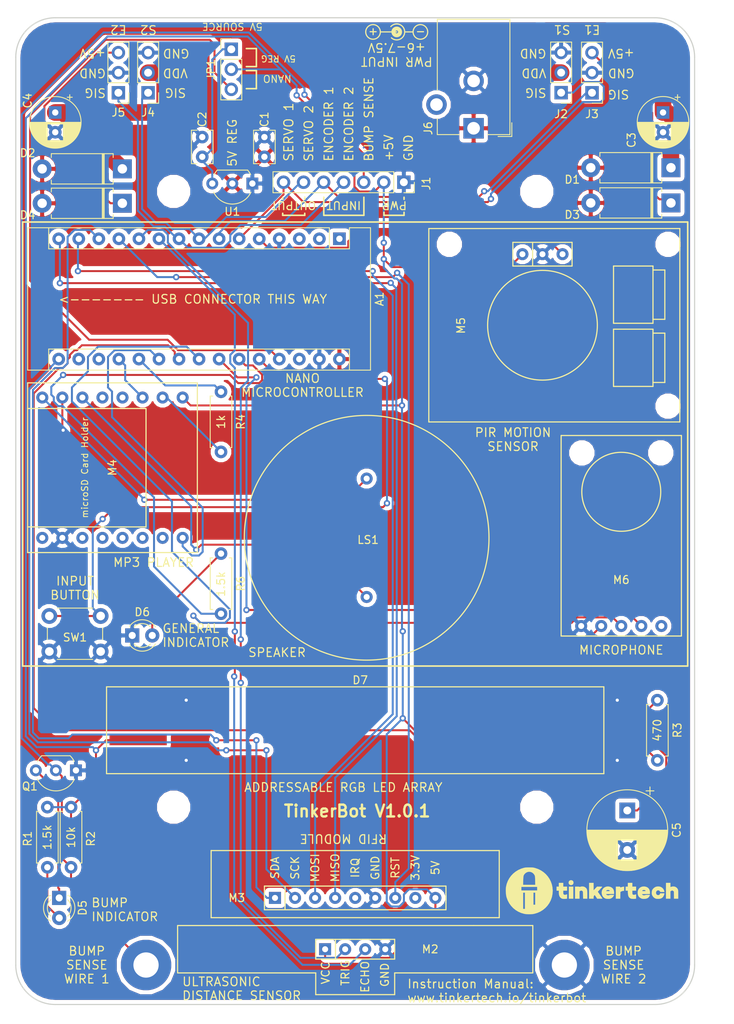
<source format=kicad_pcb>
(kicad_pcb (version 20171130) (host pcbnew "(5.0.1)-3")
  (layers (0 F.Cu signal) (31 B.Cu signal) (34 B.Paste user) (35 F.Paste user) (36 B.SilkS user) (37 F.SilkS user) (38 B.Mask user) (39 F.Mask user) (44 Edge.Cuts user))
  (net 0 "")
  (net 1 VDD)
  (net 2 GND)
  (net 3 +5V)
  (net 4 "Net-(D3-Pad1)")
  (net 5 "Net-(D4-Pad1)")
  (net 6 SERVO_1_SIGNAL)
  (net 7 SERVO_2_SIGNAL)
  (net 8 ENCODER_1_SIGNAL)
  (net 9 ENCODER_2_SIGNAL)
  (net 10 SERVO_1_PWR)
  (net 11 SERVO_2_PWR)
  (net 12 BUMP_SENSE)
  (net 13 "Net-(D5-Pad1)")
  (net 14 "Net-(D5-Pad2)")
  (net 15 "Net-(A1-Pad1)")
  (net 16 "Net-(A1-Pad2)")
  (net 17 "Net-(A1-Pad18)")
  (net 18 "Net-(A1-Pad3)")
  (net 19 "Net-(A1-Pad28)")
  (net 20 US_ECHO)
  (net 21 US_TRIG)
  (net 22 RFID_RST)
  (net 23 SS)
  (net 24 MOSI)
  (net 25 MISO)
  (net 26 SCK)
  (net 27 "Net-(M3-Pad5)")
  (net 28 "Net-(M3-Pad8)")
  (net 29 DIN)
  (net 30 +3V3)
  (net 31 "Net-(LS1-Pad1)")
  (net 32 "Net-(LS1-Pad2)")
  (net 33 "Net-(M4-Pad2)")
  (net 34 "Net-(M4-Pad9)")
  (net 35 "Net-(M4-Pad11)")
  (net 36 "Net-(M4-Pad12)")
  (net 37 "Net-(M4-Pad13)")
  (net 38 "Net-(M4-Pad14)")
  (net 39 "Net-(M4-Pad15)")
  (net 40 SOFT_RX)
  (net 41 SOFT_TX)
  (net 42 MP3_BUSY)
  (net 43 "Net-(M4-Pad4)")
  (net 44 "Net-(M4-Pad5)")
  (net 45 +5VP)
  (net 46 +5VA)
  (net 47 PIR_OUTPUT)
  (net 48 MIC_GAIN)
  (net 49 MIC_OUTPUT)
  (net 50 "Net-(M6-Pad5)")
  (net 51 "Net-(A1-Pad25)")
  (net 52 "Net-(A1-Pad26)")
  (net 53 "Net-(D6-Pad2)")
  (net 54 "Net-(D7-Pad2)")
  (net 55 "Net-(D7-Pad7)")
  (module TinkerTech-Modules:RobotDyn_PIR_Motion_Sensor (layer F.Cu) (at 66.726 123.952 90)
    (fp_text reference M5 (at -0.048 -10.326 90) (layer F.SilkS))
    (fp_text value RobotDyn_PIR_Motion_Sensor)
    (pad 1 thru_hole circle (at 9 -2.54 90) (size 1.524 1.524) (drill 0.762) (layers *.Cu *.Mask) (net 3 +5V))
    (pad 3 thru_hole circle (at 9 2.54 90) (size 1.524 1.524) (drill 0.762) (layers *.Cu *.Mask) (net 47 PIR_OUTPUT))
    (pad 2 thru_hole circle (at 9 0 90) (size 1.524 1.524) (drill 0.762) (layers *.Cu *.Mask) (net 2 GND))
  )
  (module TinkerTech-Modules:MAX9814_Microphone_Module (layer F.Cu) (at 76.708 162.052)
    (fp_text reference M6 (at 0 -5.842) (layer F.SilkS))
    (fp_text value MAX9814_Microphone_Module)
    (pad 5 thru_hole circle (at 5.08 0) (size 1.524 1.524) (drill 0.762) (layers *.Cu *.Mask) (net 50 "Net-(M6-Pad5)"))
    (pad 4 thru_hole circle (at 2.54 0) (size 1.524 1.524) (drill 0.762) (layers *.Cu *.Mask) (net 49 MIC_OUTPUT))
    (pad 3 thru_hole circle (at 0 0) (size 1.524 1.524) (drill 0.762) (layers *.Cu *.Mask) (net 48 MIC_GAIN))
    (pad 2 thru_hole circle (at -2.54 0) (size 1.524 1.524) (drill 0.762) (layers *.Cu *.Mask) (net 3 +5V))
    (pad 1 thru_hole circle (at -5.08 0) (size 1.524 1.524) (drill 0.762) (layers *.Cu *.Mask) (net 2 GND))
  )
  (module Resistor_THT:R_Axial_DIN0207_L6.3mm_D2.5mm_P7.62mm_Horizontal (layer F.Cu) (at 7 185 270)
    (fp_text reference R1 (at 4 5.5 270) (layer F.SilkS))
    (fp_text value 10k (at 3.81 0 270) (layer F.SilkS))
    (pad 1 thru_hole circle (at 0 0 270) (size 1.6 1.6) (drill 0.8) (layers *.Cu *.Mask) (net 3 +5V))
    (pad 2 thru_hole oval (at 7.62 0 270) (size 1.6 1.6) (drill 0.8) (layers *.Cu *.Mask) (net 12 BUMP_SENSE))
  )
  (module Capacitor_THT:CP_Radial_D10.0mm_P5.00mm (layer F.Cu) (at 77.47 185.42 270)
    (fp_text reference C5 (at 2.5 -6.25 270) (layer F.SilkS))
    (fp_text value 1000uF)
    (pad 1 thru_hole rect (at 0 0 270) (size 2 2) (drill 1) (layers *.Cu *.Mask) (net 3 +5V))
    (pad 2 thru_hole circle (at 5 0 270) (size 2 2) (drill 1) (layers *.Cu *.Mask) (net 2 GND))
  )
  (module MountingHole:MountingHole_3.2mm_M3 (layer F.Cu) (at 20 107)
    (fp_text reference H1 hide)
    (fp_text value MountingHole)
    (pad 1 np_thru_hole circle (at 0 0) (size 3.2 3.2) (drill 3.2) (layers *.Cu *.Mask))
  )
  (module TinkerTech-Modules:RobotDyn_RFID_Module-Vert (layer F.Cu) (at 43 196.5)
    (fp_text reference M3 (at -15 0) (layer F.SilkS))
    (fp_text value RobotDyn_RFID_Module)
    (fp_text user 3.3V (at 7.62 -3.81 90) (layer F.SilkS))
    (fp_text user 5V (at 10.16 -3.81 90) (layer F.SilkS))
    (fp_text user RST (at 5.08 -3.81 90) (layer F.SilkS))
    (fp_text user GND (at 2.54 -3.81 90) (layer F.SilkS))
    (fp_text user IRQ (at 0 -3.81 90) (layer F.SilkS))
    (fp_text user MISO (at -2.54 -3.81 90) (layer F.SilkS))
    (fp_text user MOSI (at -5.08 -3.81 90) (layer F.SilkS))
    (fp_text user SCK (at -7.62 -3.81 90) (layer F.SilkS))
    (fp_text user SDA (at -10.16 -3.81 90) (layer F.SilkS))
    (pad 9 thru_hole circle (at 10.16 0) (size 1.524 1.524) (drill 0.762) (layers *.Cu *.Mask) (net 3 +5V))
    (pad 8 thru_hole circle (at 7.62 0) (size 1.524 1.524) (drill 0.762) (layers *.Cu *.Mask) (net 28 "Net-(M3-Pad8)"))
    (pad 7 thru_hole circle (at 5.08 0) (size 1.524 1.524) (drill 0.762) (layers *.Cu *.Mask) (net 22 RFID_RST))
    (pad 6 thru_hole circle (at 2.54 0) (size 1.524 1.524) (drill 0.762) (layers *.Cu *.Mask) (net 2 GND))
    (pad 5 thru_hole circle (at 0 0) (size 1.524 1.524) (drill 0.762) (layers *.Cu *.Mask) (net 27 "Net-(M3-Pad5)"))
    (pad 4 thru_hole circle (at -2.54 0) (size 1.524 1.524) (drill 0.762) (layers *.Cu *.Mask) (net 25 MISO))
    (pad 3 thru_hole circle (at -5.08 0) (size 1.524 1.524) (drill 0.762) (layers *.Cu *.Mask) (net 24 MOSI))
    (pad 2 thru_hole circle (at -7.62 0) (size 1.524 1.524) (drill 0.762) (layers *.Cu *.Mask) (net 26 SCK))
    (pad 1 thru_hole rect (at -10.16 0) (size 1.524 1.524) (drill 0.762) (layers *.Cu *.Mask) (net 23 SS))
  )
  (module Resistor_THT:R_Axial_DIN0207_L6.3mm_D2.5mm_P7.62mm_Horizontal (layer F.Cu) (at 81.28 171.45 270)
    (fp_text reference R3 (at 3.81 -2.54 270) (layer F.SilkS))
    (fp_text value 470 (at 3.81 0 270) (layer F.SilkS))
    (pad 2 thru_hole oval (at 7.62 0 270) (size 1.6 1.6) (drill 0.8) (layers *.Cu *.Mask) (net 29 DIN))
    (pad 1 thru_hole circle (at 0 0 270) (size 1.6 1.6) (drill 0.8) (layers *.Cu *.Mask) (net 55 "Net-(D7-Pad7)"))
  )
  (module Connector_PinSocket_2.54mm:PinSocket_1x07_P2.54mm_Vertical (layer F.Cu) (at 49.16 105.835 270)
    (fp_text reference J1 (at 0.165 -2.84 270) (layer F.SilkS))
    (fp_text value Conn_01x07_Female)
    (pad 1 thru_hole rect (at 0 0 270) (size 1.7 1.7) (drill 1) (layers *.Cu *.Mask) (net 2 GND))
    (pad 2 thru_hole oval (at 0 2.54 270) (size 1.7 1.7) (drill 1) (layers *.Cu *.Mask) (net 3 +5V))
    (pad 3 thru_hole oval (at 0 5.08 270) (size 1.7 1.7) (drill 1) (layers *.Cu *.Mask) (net 12 BUMP_SENSE))
    (pad 4 thru_hole oval (at 0 7.62 270) (size 1.7 1.7) (drill 1) (layers *.Cu *.Mask) (net 9 ENCODER_2_SIGNAL))
    (pad 5 thru_hole oval (at 0 10.16 270) (size 1.7 1.7) (drill 1) (layers *.Cu *.Mask) (net 8 ENCODER_1_SIGNAL))
    (pad 6 thru_hole oval (at 0 12.7 270) (size 1.7 1.7) (drill 1) (layers *.Cu *.Mask) (net 7 SERVO_2_SIGNAL))
    (pad 7 thru_hole oval (at 0 15.24 270) (size 1.7 1.7) (drill 1) (layers *.Cu *.Mask) (net 6 SERVO_1_SIGNAL))
  )
  (module Resistor_THT:R_Axial_DIN0207_L6.3mm_D2.5mm_P7.62mm_Horizontal (layer F.Cu) (at 4 185 270)
    (fp_text reference R2 (at 4 -5.5 270) (layer F.SilkS))
    (fp_text value 1.5k (at 3.81 0 270) (layer F.SilkS))
    (pad 2 thru_hole oval (at 7.62 0 270) (size 1.6 1.6) (drill 0.8) (layers *.Cu *.Mask) (net 14 "Net-(D5-Pad2)"))
    (pad 1 thru_hole circle (at 0 0 270) (size 1.6 1.6) (drill 0.8) (layers *.Cu *.Mask) (net 3 +5V))
  )
  (module MountingHole:MountingHole_3.2mm_M3 (layer F.Cu) (at 66 185)
    (fp_text reference H2 hide)
    (fp_text value MountingHole)
    (pad 1 np_thru_hole circle (at 0 0) (size 3.2 3.2) (drill 3.2) (layers *.Cu *.Mask))
  )
  (module MountingHole:MountingHole_3.2mm_M3 (layer F.Cu) (at 20 185)
    (fp_text reference H1 hide)
    (fp_text value MountingHole)
    (pad 1 np_thru_hole circle (at 0 0) (size 3.2 3.2) (drill 3.2) (layers *.Cu *.Mask))
  )
  (module Connector_PinHeader_2.54mm:PinHeader_1x03_P2.54mm_Vertical (layer F.Cu) (at 69.088 94.488 180)
    (fp_text reference J2 (at 0 -2.712 180) (layer F.SilkS))
    (fp_text value Conn_01x03_Male)
    (pad 1 thru_hole rect (at 0 0 180) (size 1.7 1.7) (drill 1) (layers *.Cu *.Mask) (net 6 SERVO_1_SIGNAL))
    (pad 2 thru_hole oval (at 0 2.54 180) (size 1.7 1.7) (drill 1) (layers *.Cu *.Mask) (net 10 SERVO_1_PWR))
    (pad 3 thru_hole oval (at 0 5.08 180) (size 1.7 1.7) (drill 1) (layers *.Cu *.Mask) (net 2 GND))
  )
  (module Connector_PinHeader_2.54mm:PinHeader_1x03_P2.54mm_Vertical (layer F.Cu) (at 16.764 94.5 180)
    (fp_text reference J4 (at 0 -2.5 180) (layer F.SilkS))
    (fp_text value Conn_01x03_Male)
    (pad 3 thru_hole oval (at 0 5.08 180) (size 1.7 1.7) (drill 1) (layers *.Cu *.Mask) (net 2 GND))
    (pad 2 thru_hole oval (at 0 2.54 180) (size 1.7 1.7) (drill 1) (layers *.Cu *.Mask) (net 11 SERVO_2_PWR))
    (pad 1 thru_hole rect (at 0 0 180) (size 1.7 1.7) (drill 1) (layers *.Cu *.Mask) (net 7 SERVO_2_SIGNAL))
  )
  (module Connector_PinHeader_2.54mm:PinHeader_1x03_P2.54mm_Vertical (layer F.Cu) (at 73 94.5 180)
    (fp_text reference J3 (at 0 -2.7 180) (layer F.SilkS))
    (fp_text value Conn_01x03_Male)
    (pad 3 thru_hole oval (at 0 5.08 180) (size 1.7 1.7) (drill 1) (layers *.Cu *.Mask) (net 4 "Net-(D3-Pad1)"))
    (pad 2 thru_hole oval (at 0 2.54 180) (size 1.7 1.7) (drill 1) (layers *.Cu *.Mask) (net 2 GND))
    (pad 1 thru_hole rect (at 0 0 180) (size 1.7 1.7) (drill 1) (layers *.Cu *.Mask) (net 8 ENCODER_1_SIGNAL))
  )
  (module Connector_PinHeader_2.54mm:PinHeader_1x03_P2.54mm_Vertical (layer F.Cu) (at 13 94.5 180)
    (fp_text reference J5 (at 0 -2.5) (layer F.SilkS))
    (fp_text value Conn_01x03_Male)
    (pad 1 thru_hole rect (at 0 0 180) (size 1.7 1.7) (drill 1) (layers *.Cu *.Mask) (net 9 ENCODER_2_SIGNAL))
    (pad 2 thru_hole oval (at 0 2.54 180) (size 1.7 1.7) (drill 1) (layers *.Cu *.Mask) (net 2 GND))
    (pad 3 thru_hole oval (at 0 5.08 180) (size 1.7 1.7) (drill 1) (layers *.Cu *.Mask) (net 5 "Net-(D4-Pad1)"))
  )
  (module MountingHole:MountingHole_3.2mm_M3 (layer F.Cu) (at 66 107)
    (fp_text reference H2 hide)
    (fp_text value MountingHole)
    (pad 1 np_thru_hole circle (at 0 0) (size 3.2 3.2) (drill 3.2) (layers *.Cu *.Mask))
  )
  (module MountingHole:MountingHole_3.2mm_M3_Pad (layer F.Cu) (at 16.5 205)
    (fp_text reference H4 hide)
    (fp_text value MountingHole_Pad)
    (pad 1 thru_hole circle (at 0 0) (size 6.4 6.4) (drill 3.2) (layers *.Cu *.Mask) (net 12 BUMP_SENSE))
  )
  (module MountingHole:MountingHole_3.2mm_M3_Pad (layer F.Cu) (at 69.5 205)
    (fp_text reference H5 hide)
    (fp_text value MountingHole_Pad)
    (pad 1 thru_hole circle (at 0 0) (size 6.4 6.4) (drill 3.2) (layers *.Cu *.Mask) (net 2 GND))
  )
  (module LED_THT:LED_D3.0mm (layer F.Cu) (at 5.5 196.5 270)
    (fp_text reference D5 (at 1.27 -2.96 270) (layer F.SilkS))
    (fp_text value LED)
    (pad 2 thru_hole circle (at 2.54 0 270) (size 1.8 1.8) (drill 0.9) (layers *.Cu *.Mask) (net 14 "Net-(D5-Pad2)"))
    (pad 1 thru_hole rect (at 0 0 270) (size 1.8 1.8) (drill 0.9) (layers *.Cu *.Mask) (net 13 "Net-(D5-Pad1)"))
  )
  (module Capacitor_THT:C_Rect_L4.0mm_W2.5mm_P2.50mm (layer F.Cu) (at 31.496 102.616 90)
    (fp_text reference C1 (at 4.75 0 90) (layer F.SilkS))
    (fp_text value 1uF)
    (pad 1 thru_hole circle (at 0 0 90) (size 1.6 1.6) (drill 0.8) (layers *.Cu *.Mask) (net 1 VDD))
    (pad 2 thru_hole circle (at 2.5 0 90) (size 1.6 1.6) (drill 0.8) (layers *.Cu *.Mask) (net 2 GND))
  )
  (module Capacitor_THT:C_Rect_L4.0mm_W2.5mm_P2.50mm (layer F.Cu) (at 23.622 102.616 90)
    (fp_text reference C2 (at 4.75 0 90) (layer F.SilkS))
    (fp_text value 1uF)
    (pad 2 thru_hole circle (at 2.5 0 90) (size 1.6 1.6) (drill 0.8) (layers *.Cu *.Mask) (net 2 GND))
    (pad 1 thru_hole circle (at 0 0 90) (size 1.6 1.6) (drill 0.8) (layers *.Cu *.Mask) (net 46 +5VA))
  )
  (module Diode_THT:D_DO-15_P10.16mm_Horizontal (layer F.Cu) (at 83 104 180)
    (fp_text reference D1 (at 12.5 -1.5 180) (layer F.SilkS))
    (fp_text value B240AE-13)
    (pad 2 thru_hole oval (at 10.16 0 180) (size 2.4 2.4) (drill 1.2) (layers *.Cu *.Mask) (net 1 VDD))
    (pad 1 thru_hole rect (at 0 0 180) (size 2.4 2.4) (drill 1.2) (layers *.Cu *.Mask) (net 10 SERVO_1_PWR))
  )
  (module Diode_THT:D_DO-15_P10.16mm_Horizontal (layer F.Cu) (at 13.5 104.14 180)
    (fp_text reference D2 (at 12 2 180) (layer F.SilkS))
    (fp_text value B240AE-13)
    (pad 1 thru_hole rect (at 0 0 180) (size 2.4 2.4) (drill 1.2) (layers *.Cu *.Mask) (net 11 SERVO_2_PWR))
    (pad 2 thru_hole oval (at 10.16 0 180) (size 2.4 2.4) (drill 1.2) (layers *.Cu *.Mask) (net 1 VDD))
  )
  (module Diode_THT:D_DO-15_P10.16mm_Horizontal (layer F.Cu) (at 83 108.458 180)
    (fp_text reference D3 (at 12.5 -1.5 180) (layer F.SilkS))
    (fp_text value B240AE-13)
    (pad 2 thru_hole oval (at 10.16 0 180) (size 2.4 2.4) (drill 1.2) (layers *.Cu *.Mask) (net 1 VDD))
    (pad 1 thru_hole rect (at 0 0 180) (size 2.4 2.4) (drill 1.2) (layers *.Cu *.Mask) (net 4 "Net-(D3-Pad1)"))
  )
  (module Diode_THT:D_DO-15_P10.16mm_Horizontal (layer F.Cu) (at 13.5 108.5 180)
    (fp_text reference D4 (at 12 -1.5 180) (layer F.SilkS))
    (fp_text value B240AE-13)
    (pad 1 thru_hole rect (at 0 0 180) (size 2.4 2.4) (drill 1.2) (layers *.Cu *.Mask) (net 5 "Net-(D4-Pad1)"))
    (pad 2 thru_hole oval (at 10.16 0 180) (size 2.4 2.4) (drill 1.2) (layers *.Cu *.Mask) (net 1 VDD))
  )
  (module Connector_BarrelJack:BarrelJack_CUI_PJ-102AH_Horizontal (layer F.Cu) (at 58 99 180)
    (fp_text reference J6 (at 5.75 0 90) (layer F.SilkS))
    (fp_text value Barrel_Jack)
    (pad 1 thru_hole rect (at 0 0 180) (size 2.6 2.6) (drill 1.6) (layers *.Cu *.Mask) (net 1 VDD))
    (pad 2 thru_hole circle (at 0 6 180) (size 2.6 2.6) (drill 1.6) (layers *.Cu *.Mask) (net 2 GND))
    (pad 3 thru_hole circle (at 4.7 3 180) (size 2.6 2.6) (drill 1.6) (layers *.Cu *.Mask))
  )
  (module Capacitor_THT:CP_Radial_D6.3mm_P2.50mm (layer F.Cu) (at 82 97 270)
    (fp_text reference C3 (at 3.5 4 270) (layer F.SilkS))
    (fp_text value 470uF hide)
    (pad 1 thru_hole rect (at 0 0 270) (size 1.6 1.6) (drill 0.8) (layers *.Cu *.Mask) (net 10 SERVO_1_PWR))
    (pad 2 thru_hole circle (at 2.5 0 270) (size 1.6 1.6) (drill 0.8) (layers *.Cu *.Mask) (net 2 GND))
  )
  (module Capacitor_THT:CP_Radial_D6.3mm_P2.50mm (layer F.Cu) (at 5 97 270)
    (fp_text reference C4 (at -1.5 3.5 270) (layer F.SilkS))
    (fp_text value 470uF hide)
    (pad 2 thru_hole circle (at 2.5 0 270) (size 1.6 1.6) (drill 0.8) (layers *.Cu *.Mask) (net 2 GND))
    (pad 1 thru_hole rect (at 0 0 270) (size 1.6 1.6) (drill 0.8) (layers *.Cu *.Mask) (net 11 SERVO_2_PWR))
  )
  (module SparkFun-Boards:BREADBOARD-MINI (layer F.Cu) (at 43 139)
    (fp_text reference BB1 hide)
    (fp_text value Breadboard-Mini hide)
  )
  (module Symbol:TinkerTech-Logo_22.4x6.5mm_SilkScreen (layer F.Cu) (at 73 195.58)
    (fp_text reference SLK1 hide)
    (fp_text value TT_Logo hide)
  )
  (module TinkerTech-Modules:HC-SR04-Labeled-Short-Silk (layer F.Cu) (at 43 203)
    (fp_text reference M2 (at 9.5 0) (layer F.SilkS))
    (fp_text value HC-SR04)
    (fp_text user VCC (at -3.75 3 90) (layer F.SilkS))
    (fp_text user GND (at 3.75 3.25 90) (layer F.SilkS))
    (fp_text user TRIG (at -1.25 3 90) (layer F.SilkS))
    (fp_text user ECHO (at 1.25 3.5 90) (layer F.SilkS))
    (pad 1 thru_hole rect (at -3.81 0) (size 1.524 1.524) (drill 0.762) (layers *.Cu *.Mask) (net 3 +5V))
    (pad 2 thru_hole circle (at -1.27 0) (size 1.524 1.524) (drill 0.762) (layers *.Cu *.Mask) (net 21 US_TRIG))
    (pad 3 thru_hole circle (at 1.27 0) (size 1.524 1.524) (drill 0.762) (layers *.Cu *.Mask) (net 20 US_ECHO))
    (pad 4 thru_hole circle (at 3.81 0) (size 1.524 1.524) (drill 0.762) (layers *.Cu *.Mask) (net 2 GND))
  )
  (module TinkerTech-Modules:Speaker_30mm-Dia_15mm-Pitch (layer F.Cu) (at 44.45 150.876 270)
    (fp_text reference LS1 (at 0.264 -0.18) (layer F.SilkS))
    (fp_text value Speaker)
    (pad 1 thru_hole circle (at -7.5 0 270) (size 1.524 1.524) (drill 0.762) (layers *.Cu *.Mask) (net 31 "Net-(LS1-Pad1)"))
    (pad 2 thru_hole circle (at 7.5 0 270) (size 1.524 1.524) (drill 0.762) (layers *.Cu *.Mask) (net 32 "Net-(LS1-Pad2)"))
  )
  (module TinkerTech-Modules:DFPlayer_Mini (layer F.Cu) (at 12.25 142 270)
    (fp_text reference M4 (at -0.01 0.01 270) (layer F.SilkS))
    (fp_text value DFPlayer_Mini)
    (fp_text user "microSD Card Holder" (at 0 3.5 270) (layer F.SilkS) (effects (font (size 0.8 0.8) (thickness 0.12))))
    (pad 1 thru_hole circle (at -8.89 -8.89 270) (size 1.524 1.524) (drill 0.762) (layers *.Cu *.Mask) (net 3 +5V))
    (pad 2 thru_hole circle (at -8.89 -6.35 270) (size 1.524 1.524) (drill 0.762) (layers *.Cu *.Mask) (net 33 "Net-(M4-Pad2)"))
    (pad 3 thru_hole circle (at -8.89 -3.81 270) (size 1.524 1.524) (drill 0.762) (layers *.Cu *.Mask) (net 40 SOFT_RX))
    (pad 4 thru_hole circle (at -8.89 -1.27 270) (size 1.524 1.524) (drill 0.762) (layers *.Cu *.Mask) (net 43 "Net-(M4-Pad4)"))
    (pad 5 thru_hole circle (at -8.89 1.27 270) (size 1.524 1.524) (drill 0.762) (layers *.Cu *.Mask) (net 44 "Net-(M4-Pad5)"))
    (pad 6 thru_hole circle (at -8.89 3.81 270) (size 1.524 1.524) (drill 0.762) (layers *.Cu *.Mask) (net 32 "Net-(LS1-Pad2)"))
    (pad 7 thru_hole circle (at -8.89 6.35 270) (size 1.524 1.524) (drill 0.762) (layers *.Cu *.Mask) (net 2 GND))
    (pad 8 thru_hole circle (at -8.89 8.89 270) (size 1.524 1.524) (drill 0.762) (layers *.Cu *.Mask) (net 31 "Net-(LS1-Pad1)"))
    (pad 9 thru_hole circle (at 8.89 8.89 270) (size 1.524 1.524) (drill 0.762) (layers *.Cu *.Mask) (net 34 "Net-(M4-Pad9)"))
    (pad 10 thru_hole circle (at 8.89 6.35 270) (size 1.524 1.524) (drill 0.762) (layers *.Cu *.Mask) (net 2 GND))
    (pad 11 thru_hole circle (at 8.89 3.81 270) (size 1.524 1.524) (drill 0.762) (layers *.Cu *.Mask) (net 35 "Net-(M4-Pad11)"))
    (pad 12 thru_hole circle (at 8.89 1.27 270) (size 1.524 1.524) (drill 0.762) (layers *.Cu *.Mask) (net 36 "Net-(M4-Pad12)"))
    (pad 13 thru_hole circle (at 8.89 -1.27 270) (size 1.524 1.524) (drill 0.762) (layers *.Cu *.Mask) (net 37 "Net-(M4-Pad13)"))
    (pad 14 thru_hole circle (at 8.89 -3.81 270) (size 1.524 1.524) (drill 0.762) (layers *.Cu *.Mask) (net 38 "Net-(M4-Pad14)"))
    (pad 15 thru_hole circle (at 8.89 -6.35 270) (size 1.524 1.524) (drill 0.762) (layers *.Cu *.Mask) (net 39 "Net-(M4-Pad15)"))
    (pad 16 thru_hole circle (at 8.89 -8.89 270) (size 1.524 1.524) (drill 0.762) (layers *.Cu *.Mask) (net 42 MP3_BUSY))
  )
  (module Resistor_THT:R_Axial_DIN0207_L6.3mm_D2.5mm_P7.62mm_Horizontal (layer F.Cu) (at 26 140 90)
    (fp_text reference R4 (at 3.81 2.5 90) (layer F.SilkS))
    (fp_text value 1k (at 3.81 0 90) (layer F.SilkS))
    (pad 1 thru_hole circle (at 0 0 90) (size 1.6 1.6) (drill 0.8) (layers *.Cu *.Mask) (net 33 "Net-(M4-Pad2)"))
    (pad 2 thru_hole oval (at 7.62 0 90) (size 1.6 1.6) (drill 0.8) (layers *.Cu *.Mask) (net 41 SOFT_TX))
  )
  (module Connector_PinHeader_2.54mm:PinHeader_1x03_P2.54mm_Vertical (layer F.Cu) (at 27.302 88.992)
    (fp_text reference JP1 (at -2.552 2.588 90) (layer F.SilkS))
    (fp_text value Jumper_3_Bridged12)
    (pad 1 thru_hole rect (at 0 0) (size 1.7 1.7) (drill 1) (layers *.Cu *.Mask) (net 46 +5VA))
    (pad 2 thru_hole oval (at 0 2.54) (size 1.7 1.7) (drill 1) (layers *.Cu *.Mask) (net 3 +5V))
    (pad 3 thru_hole oval (at 0 5.08) (size 1.7 1.7) (drill 1) (layers *.Cu *.Mask) (net 45 +5VP))
  )
  (module MountingHole:MountingHole_2.2mm_M2 (layer F.Cu) (at 71.715 140.125001)
    (fp_text reference H3 hide)
    (fp_text value MountingHole)
    (pad 1 np_thru_hole circle (at 0 0) (size 2.2 2.2) (drill 2.2) (layers *.Cu *.Mask))
  )
  (module MountingHole:MountingHole_2.2mm_M2 (layer F.Cu) (at 81.71 140.12)
    (fp_text reference H6 hide)
    (fp_text value MountingHole)
    (pad 1 np_thru_hole circle (at 0 0) (size 2.2 2.2) (drill 2.2) (layers *.Cu *.Mask))
  )
  (module MountingHole:MountingHole_2.2mm_M2 (layer F.Cu) (at 82.63 113.7)
    (fp_text reference H7 hide)
    (fp_text value MountingHole)
    (pad 1 np_thru_hole circle (at 0 0) (size 2.2 2.2) (drill 2.2) (layers *.Cu *.Mask))
  )
  (module MountingHole:MountingHole_2.2mm_M2 (layer F.Cu) (at 54.93 113.7)
    (fp_text reference H8 hide)
    (fp_text value MountingHole)
    (pad 1 np_thru_hole circle (at 0 0) (size 2.2 2.2) (drill 2.2) (layers *.Cu *.Mask))
  )
  (module MountingHole:MountingHole_2.2mm_M2 (layer F.Cu) (at 82.63 134.2)
    (fp_text reference H9 hide)
    (fp_text value MountingHole)
    (pad 1 np_thru_hole circle (at 0 0) (size 2.2 2.2) (drill 2.2) (layers *.Cu *.Mask))
  )
  (module Symbol:Symbol_Barrel_Polarity (layer F.Cu) (at 48.26 86.868 180)
    (fp_text reference SLK2 hide)
    (fp_text value Barrel_Polarity)
  )
  (module LED_THT:LED_D3.0mm (layer F.Cu) (at 14.75 163.25)
    (fp_text reference D6 (at 1.27 -2.96) (layer F.SilkS))
    (fp_text value LED)
    (pad 1 thru_hole rect (at 0 0) (size 1.8 1.8) (drill 0.9) (layers *.Cu *.Mask) (net 2 GND))
    (pad 2 thru_hole circle (at 2.54 0) (size 1.8 1.8) (drill 0.9) (layers *.Cu *.Mask) (net 53 "Net-(D6-Pad2)"))
  )
  (module Resistor_THT:R_Axial_DIN0207_L6.3mm_D2.5mm_P7.62mm_Horizontal (layer F.Cu) (at 26 160.5 90)
    (fp_text reference R6 (at 3.81 2.5 90) (layer F.SilkS))
    (fp_text value 1.5k (at 3.75 0 90) (layer F.SilkS))
    (pad 1 thru_hole circle (at 0 0 90) (size 1.6 1.6) (drill 0.8) (layers *.Cu *.Mask) (net 51 "Net-(A1-Pad25)"))
    (pad 2 thru_hole oval (at 7.62 0 90) (size 1.6 1.6) (drill 0.8) (layers *.Cu *.Mask) (net 53 "Net-(D6-Pad2)"))
  )
  (module Button_Switch_THT:SW_PUSH_6mm_H4.3mm (layer F.Cu) (at 4.25 160.785001)
    (fp_text reference SW1 (at 3.25 2.714999) (layer F.SilkS))
    (fp_text value SW_Push)
    (pad 2 thru_hole circle (at 0 4.5 90) (size 2 2) (drill 1.1) (layers *.Cu *.Mask) (net 2 GND))
    (pad 1 thru_hole circle (at 0 0 90) (size 2 2) (drill 1.1) (layers *.Cu *.Mask) (net 52 "Net-(A1-Pad26)"))
    (pad 2 thru_hole circle (at 6.5 4.5 90) (size 2 2) (drill 1.1) (layers *.Cu *.Mask) (net 2 GND))
    (pad 1 thru_hole circle (at 6.5 0 90) (size 2 2) (drill 1.1) (layers *.Cu *.Mask) (net 52 "Net-(A1-Pad26)"))
  )
  (module Module:Arduino_Nano (layer F.Cu) (at 41 113 270)
    (fp_text reference A1 (at 7.62 -5.08 270) (layer F.SilkS))
    (fp_text value Arduino_Nano_v3.x)
    (pad 16 thru_hole oval (at 15.24 35.56 270) (size 1.6 1.6) (drill 0.8) (layers *.Cu *.Mask) (net 26 SCK))
    (pad 15 thru_hole oval (at 0 35.56 270) (size 1.6 1.6) (drill 0.8) (layers *.Cu *.Mask) (net 25 MISO))
    (pad 30 thru_hole oval (at 15.24 0 270) (size 1.6 1.6) (drill 0.8) (layers *.Cu *.Mask) (net 1 VDD))
    (pad 14 thru_hole oval (at 0 33.02 270) (size 1.6 1.6) (drill 0.8) (layers *.Cu *.Mask) (net 24 MOSI))
    (pad 29 thru_hole oval (at 15.24 2.54 270) (size 1.6 1.6) (drill 0.8) (layers *.Cu *.Mask) (net 2 GND))
    (pad 13 thru_hole oval (at 0 30.48 270) (size 1.6 1.6) (drill 0.8) (layers *.Cu *.Mask) (net 23 SS))
    (pad 28 thru_hole oval (at 15.24 5.08 270) (size 1.6 1.6) (drill 0.8) (layers *.Cu *.Mask) (net 19 "Net-(A1-Pad28)"))
    (pad 12 thru_hole oval (at 0 27.94 270) (size 1.6 1.6) (drill 0.8) (layers *.Cu *.Mask) (net 22 RFID_RST))
    (pad 27 thru_hole oval (at 15.24 7.62 270) (size 1.6 1.6) (drill 0.8) (layers *.Cu *.Mask) (net 45 +5VP))
    (pad 11 thru_hole oval (at 0 25.4 270) (size 1.6 1.6) (drill 0.8) (layers *.Cu *.Mask) (net 21 US_TRIG))
    (pad 26 thru_hole oval (at 15.24 10.16 270) (size 1.6 1.6) (drill 0.8) (layers *.Cu *.Mask) (net 52 "Net-(A1-Pad26)"))
    (pad 10 thru_hole oval (at 0 22.86 270) (size 1.6 1.6) (drill 0.8) (layers *.Cu *.Mask) (net 20 US_ECHO))
    (pad 25 thru_hole oval (at 15.24 12.7 270) (size 1.6 1.6) (drill 0.8) (layers *.Cu *.Mask) (net 51 "Net-(A1-Pad25)"))
    (pad 9 thru_hole oval (at 0 20.32 270) (size 1.6 1.6) (drill 0.8) (layers *.Cu *.Mask) (net 9 ENCODER_2_SIGNAL))
    (pad 24 thru_hole oval (at 15.24 15.24 270) (size 1.6 1.6) (drill 0.8) (layers *.Cu *.Mask) (net 49 MIC_OUTPUT))
    (pad 8 thru_hole oval (at 0 17.78 270) (size 1.6 1.6) (drill 0.8) (layers *.Cu *.Mask) (net 7 SERVO_2_SIGNAL))
    (pad 23 thru_hole oval (at 15.24 17.78 270) (size 1.6 1.6) (drill 0.8) (layers *.Cu *.Mask) (net 48 MIC_GAIN))
    (pad 7 thru_hole oval (at 0 15.24 270) (size 1.6 1.6) (drill 0.8) (layers *.Cu *.Mask) (net 8 ENCODER_1_SIGNAL))
    (pad 22 thru_hole oval (at 15.24 20.32 270) (size 1.6 1.6) (drill 0.8) (layers *.Cu *.Mask) (net 29 DIN))
    (pad 6 thru_hole oval (at 0 12.7 270) (size 1.6 1.6) (drill 0.8) (layers *.Cu *.Mask) (net 6 SERVO_1_SIGNAL))
    (pad 21 thru_hole oval (at 15.24 22.86 270) (size 1.6 1.6) (drill 0.8) (layers *.Cu *.Mask) (net 42 MP3_BUSY))
    (pad 5 thru_hole oval (at 0 10.16 270) (size 1.6 1.6) (drill 0.8) (layers *.Cu *.Mask) (net 47 PIR_OUTPUT))
    (pad 20 thru_hole oval (at 15.24 25.4 270) (size 1.6 1.6) (drill 0.8) (layers *.Cu *.Mask) (net 41 SOFT_TX))
    (pad 4 thru_hole oval (at 0 7.62 270) (size 1.6 1.6) (drill 0.8) (layers *.Cu *.Mask) (net 2 GND))
    (pad 19 thru_hole oval (at 15.24 27.94 270) (size 1.6 1.6) (drill 0.8) (layers *.Cu *.Mask) (net 40 SOFT_RX))
    (pad 3 thru_hole oval (at 0 5.08 270) (size 1.6 1.6) (drill 0.8) (layers *.Cu *.Mask) (net 18 "Net-(A1-Pad3)"))
    (pad 18 thru_hole oval (at 15.24 30.48 270) (size 1.6 1.6) (drill 0.8) (layers *.Cu *.Mask) (net 17 "Net-(A1-Pad18)"))
    (pad 2 thru_hole oval (at 0 2.54 270) (size 1.6 1.6) (drill 0.8) (layers *.Cu *.Mask) (net 16 "Net-(A1-Pad2)"))
    (pad 17 thru_hole oval (at 15.24 33.02 270) (size 1.6 1.6) (drill 0.8) (layers *.Cu *.Mask) (net 30 +3V3))
    (pad 1 thru_hole rect (at 0 0 270) (size 1.6 1.6) (drill 0.8) (layers *.Cu *.Mask) (net 15 "Net-(A1-Pad1)"))
  )
  (module "TinkerTech-Modules:WS2812-8px-Stick-(Hand_Solder)" (layer F.Cu) (at 43 175.26)
    (fp_text reference D7 (at 0.635 -6.35) (layer F.SilkS))
    (fp_text value WS2812S_8Px_Strip)
    (pad 1 smd rect (at -27.5 -3.75) (size 7.25 1.3) (layers F.Cu F.Paste F.Mask) (net 2 GND))
    (pad 8 smd rect (at 27.5 -3.75) (size 7.25 1.3) (layers F.Cu F.Paste F.Mask) (net 2 GND))
    (pad 2 smd rect (at -27.5 -1.25) (size 7.25 1.3) (layers F.Cu F.Paste F.Mask) (net 54 "Net-(D7-Pad2)"))
    (pad 7 smd rect (at 27.5 -1.25) (size 7.25 1.3) (layers F.Cu F.Paste F.Mask) (net 55 "Net-(D7-Pad7)"))
    (pad 3 smd rect (at -27.5 1.25) (size 7.25 1.3) (layers F.Cu F.Paste F.Mask) (net 3 +5V))
    (pad 6 smd rect (at 27.5 1.25) (size 7.25 1.3) (layers F.Cu F.Paste F.Mask) (net 3 +5V))
    (pad 4 smd rect (at -27.5 3.75) (size 7.25 1.3) (layers F.Cu F.Paste F.Mask) (net 2 GND))
    (pad 5 smd rect (at 27.5 3.75) (size 7.25 1.3) (layers F.Cu F.Paste F.Mask) (net 2 GND))
  )
  (module Package_TO_SOT_THT:TO-92_Inline_Wide (layer F.Cu) (at 7.62 180.34 180)
    (fp_text reference Q1 (at 5.842 -2.032) (layer F.SilkS))
    (fp_text value 2N3906)
    (pad 2 thru_hole circle (at 2.54 0 270) (size 1.5 1.5) (drill 0.8) (layers *.Cu *.Mask) (net 12 BUMP_SENSE))
    (pad 3 thru_hole circle (at 5.08 0 270) (size 1.5 1.5) (drill 0.8) (layers *.Cu *.Mask) (net 13 "Net-(D5-Pad1)"))
    (pad 1 thru_hole rect (at 0 0 270) (size 1.5 1.5) (drill 0.8) (layers *.Cu *.Mask) (net 2 GND))
  )
  (module Package_TO_SOT_THT:TO-92L_Inline_Wide (layer F.Cu) (at 29.972 106 180)
    (fp_text reference U1 (at 2.54 -3.56 180) (layer F.SilkS))
    (fp_text value MCP1702-5002E_TO92)
    (pad 2 thru_hole circle (at 2.54 0 270) (size 1.5 1.5) (drill 0.8) (layers *.Cu *.Mask) (net 1 VDD))
    (pad 3 thru_hole circle (at 5.08 0 270) (size 1.5 1.5) (drill 0.8) (layers *.Cu *.Mask) (net 46 +5VA))
    (pad 1 thru_hole rect (at 0 0 270) (size 1.5 1.5) (drill 0.8) (layers *.Cu *.Mask) (net 2 GND))
  )
  (gr_text "TinkerBot V1.0.1" (at 43.25 185.5) (layer F.SilkS) (effects (font (size 1.5 1.5) (thickness 0.3))))
  (gr_text "INPUT\nBUTTON" (at 7.5 157.25) (layer F.SilkS) (effects (font (size 1.1 1.1))))
  (gr_text "GENERAL\nINDICATOR" (at 18.5 163.25) (layer F.SilkS) (effects (font (size 1.1 1.1)) (justify left)))
  (gr_text "5V REG" (at 27.432 100.838 90) (layer F.SilkS) (effects (font (size 1.1 1.1))))
  (gr_text "PIR MOTION\nSENSOR" (at 62.992 138.43) (layer F.SilkS) (effects (font (size 1.1 1.1))))
  (gr_text MICROPHONE (at 76.708 165.1) (layer F.SilkS) (effects (font (size 1.1 1.1))))
  (gr_text SPEAKER (at 29.36 165.41) (layer F.SilkS) (effects (font (size 1.1 1.1)) (justify left)))
  (gr_text "NANO\nMICROCONTROLLER" (at 36.322 131.572) (layer F.SilkS) (effects (font (size 1.1 1.1))))
  (gr_text "<------- USB CONNECTOR THIS WAY" (at 5.334 120.65) (layer F.SilkS) (effects (font (size 1.1 1.1)) (justify left)))
  (gr_text "MP3 PLAYER" (at 12.25 154) (layer F.SilkS) (effects (font (size 1.1 1.1)) (justify left)))
  (gr_text "5V SOURCE" (at 27.432 86.106 180) (layer F.SilkS) (effects (font (size 0.9 0.9) (thickness 0.12))))
  (gr_text NANO (at 31.25 92.71 180) (layer F.SilkS) (effects (font (size 0.9 0.9) (thickness 0.12)) (justify right)))
  (gr_text "5V REG" (at 31 90.17 180) (layer F.SilkS) (effects (font (size 0.8 0.8) (thickness 0.12)) (justify right)))
  (gr_line (start 30.48 93.98) (end 29.21 93.98) (layer F.SilkS) (width 0.2))
  (gr_line (start 30.48 91.694) (end 30.48 93.98) (layer F.SilkS) (width 0.2))
  (gr_line (start 29.21 91.694) (end 30.48 91.694) (layer F.SilkS) (width 0.2))
  (gr_line (start 30.48 91.186) (end 29.21 91.186) (layer F.SilkS) (width 0.2))
  (gr_line (start 30.48 88.9) (end 30.48 91.186) (layer F.SilkS) (width 0.2))
  (gr_line (start 29.21 88.9) (end 30.48 88.9) (layer F.SilkS) (width 0.2))
  (gr_text "ADDRESSABLE RGB LED ARRAY" (at 41.5 182.5) (layer F.SilkS) (effects (font (size 1.1 1.1))))
  (gr_text "RFID MODULE" (at 41.5 189 180) (layer F.SilkS) (effects (font (size 1.1 1.1))))
  (gr_text "ULTRASONIC\nDISTANCE SENSOR" (at 21 208) (layer F.SilkS) (effects (font (size 1.1 1.1)) (justify left)))
  (gr_line (start 65.5 200) (end 58 200) (layer F.SilkS) (width 0.15))
  (gr_line (start 65.5 206) (end 65.5 200) (layer F.SilkS) (width 0.15))
  (gr_line (start 58 206) (end 65.5 206) (layer F.SilkS) (width 0.15))
  (gr_line (start 20.5 200) (end 28 200) (layer F.SilkS) (width 0.15))
  (gr_line (start 20.5 206) (end 20.5 200) (layer F.SilkS) (width 0.15))
  (gr_line (start 28 206) (end 20.5 206) (layer F.SilkS) (width 0.15))
  (gr_text + (at 45.273126 86.841985 180) (layer F.SilkS) (effects (font (size 1 1))))
  (gr_text - (at 51.273126 86.841985 180) (layer F.SilkS) (effects (font (size 1 1))))
  (gr_text "BUMP\nINDICATOR" (at 9.5 198) (layer F.SilkS) (effects (font (size 1.1 1.1)) (justify left)))
  (gr_text "Instruction Manual:\nwww.tinkertech.io/tinkerbot" (at 49.53 208.28) (layer F.SilkS) (effects (font (size 1.1 1.1)) (justify left)))
  (gr_text "BUMP\nSENSE\nWIRE 1" (at 9 205) (layer F.SilkS) (effects (font (size 1.1 1.1))))
  (gr_text "BUMP\nSENSE\nWIRE 2" (at 77 205) (layer F.SilkS) (effects (font (size 1.1 1.1))))
  (gr_text "PWR INPUT\n+6-7.5V" (at 48.26 89.662 180) (layer F.SilkS) (effects (font (size 1.1 1.1))))
  (gr_arc (start 5 90) (end 5 85) (angle -90) (layer Edge.Cuts) (width 0.15))
  (gr_arc (start 81 90) (end 86 90) (angle -90) (layer Edge.Cuts) (width 0.15))
  (gr_line (start 86 205) (end 86 90) (layer Edge.Cuts) (width 0.15))
  (gr_arc (start 81 205) (end 81 210) (angle -90) (layer Edge.Cuts) (width 0.15))
  (gr_line (start 5 210) (end 81 210) (layer Edge.Cuts) (width 0.15))
  (gr_arc (start 5 205) (end 0 205) (angle -90) (layer Edge.Cuts) (width 0.15))
  (gr_text "SERVO 2" (at 37.115 103.295 90) (layer F.SilkS) (effects (font (size 1.1 1.1)) (justify left)))
  (gr_line (start 81 85) (end 5 85) (layer Edge.Cuts) (width 0.15))
  (gr_line (start 0 90) (end 0 205) (layer Edge.Cuts) (width 0.15))
  (gr_text "GND\n" (at 67.31 89.5 180) (layer F.SilkS) (effects (font (size 1.1 1.1)) (justify left)))
  (gr_text VDD (at 67.31 92 180) (layer F.SilkS) (effects (font (size 1.1 1.1)) (justify left)))
  (gr_text SIG (at 67.31 94.488 180) (layer F.SilkS) (effects (font (size 1.1 1.1)) (justify left)))
  (gr_text +5V (at 74.93 89.5 180) (layer F.SilkS) (effects (font (size 1.1 1.1)) (justify right)))
  (gr_text SIG (at 74.93 94.69 180) (layer F.SilkS) (effects (font (size 1.1 1.1)) (justify right)))
  (gr_text GND (at 74.93 92 180) (layer F.SilkS) (effects (font (size 1.1 1.1)) (justify right)))
  (gr_line (start 46.648 107.994) (end 46.648 107.74) (layer F.SilkS) (width 0.2))
  (gr_line (start 46.648 110.026) (end 46.648 109.645) (layer F.SilkS) (width 0.2))
  (gr_line (start 49.188 110.026) (end 46.648 110.026) (layer F.SilkS) (width 0.2))
  (gr_line (start 49.188 109.645) (end 49.188 110.026) (layer F.SilkS) (width 0.2))
  (gr_line (start 49.188 107.74) (end 49.188 107.994) (layer F.SilkS) (width 0.2))
  (gr_text PWR (at 47.964 108.756 180) (layer F.SilkS) (effects (font (size 1 1))))
  (gr_line (start 44.1 110.026) (end 44.1 107.74) (layer F.SilkS) (width 0.2))
  (gr_line (start 39.02 110.026) (end 44.1 110.026) (layer F.SilkS) (width 0.2))
  (gr_line (start 39.02 107.74) (end 39.02 110.026) (layer F.SilkS) (width 0.2))
  (gr_line (start 36.607 110.026) (end 36.607 109.772) (layer F.SilkS) (width 0.2))
  (gr_line (start 33.813 110.026) (end 36.607 110.026) (layer F.SilkS) (width 0.2))
  (gr_line (start 33.813 109.772) (end 33.813 110.026) (layer F.SilkS) (width 0.2))
  (gr_line (start 33.813 107.74) (end 33.813 107.994) (layer F.SilkS) (width 0.2))
  (gr_line (start 36.607 107.74) (end 36.607 107.994) (layer F.SilkS) (width 0.2))
  (gr_text "GND\n" (at 18.542 89.5 180) (layer F.SilkS) (effects (font (size 1.1 1.1)) (justify right)))
  (gr_text VDD (at 18.542 92 180) (layer F.SilkS) (effects (font (size 1.1 1.1)) (justify right)))
  (gr_text SIG (at 18.796 94.488 180) (layer F.SilkS) (effects (font (size 1.1 1.1)) (justify right)))
  (gr_text +5V (at 11.5 89.5 180) (layer F.SilkS) (effects (font (size 1.1 1.1)) (justify left)))
  (gr_text SIG (at 11.5 94.5 180) (layer F.SilkS) (effects (font (size 1.1 1.1)) (justify left)))
  (gr_text GND (at 11.5 92 180) (layer F.SilkS) (effects (font (size 1.1 1.1)) (justify left)))
  (gr_text INPUT (at 41.56 108.756 180) (layer F.SilkS) (effects (font (size 1 1))))
  (gr_text OUTPUT (at 38.131 108.756 180) (layer F.SilkS) (effects (font (size 1 1)) (justify left)))
  (gr_text "ENCODER 2" (at 42.195 103.295 90) (layer F.SilkS) (effects (font (size 1.1 1.1)) (justify left)))
  (gr_text "BUMP SENSE" (at 44.735 103.295 90) (layer F.SilkS) (effects (font (size 1.1 1.1)) (justify left)))
  (gr_text "ENCODER 1" (at 39.655 103.295 90) (layer F.SilkS) (effects (font (size 1.1 1.1)) (justify left)))
  (gr_text "SERVO 1" (at 34.575 103.295 90) (layer F.SilkS) (effects (font (size 1.15 1.15)) (justify left)))
  (gr_text E1 (at 73 86.5 180) (layer F.SilkS) (effects (font (size 1.1 1.1))))
  (gr_text E2 (at 13 86.5 180) (layer F.SilkS) (effects (font (size 1.1 1.1))))
  (gr_text +5V (at 47.25 103.25 90) (layer F.SilkS) (effects (font (size 1.1 1.1)) (justify left)))
  (gr_text "GND\n" (at 49.75 103.25 90) (layer F.SilkS) (effects (font (size 1.1 1.1)) (justify left)))
  (gr_text S2 (at 16.8 86.5 180) (layer F.SilkS) (effects (font (size 1.1 1.1))))
  (gr_text S1 (at 69.2 86.5 180) (layer F.SilkS) (effects (font (size 1.1 1.1))))
  (segment (start 31.496 102.616) (end 31.5 103) (width 0.25) (layer F.Cu) (net 1))
  (segment (start 17 171.75) (end 18.475 171.75) (width 0.25) (layer F.Cu) (net 2))
  (via (at 6 137.25) (size 0.8) (drill 0.4) (layers F.Cu B.Cu) (net 2))
  (segment (start 5.9 133.11) (end 5.9 137.15) (width 0.25) (layer F.Cu) (net 2))
  (segment (start 5.9 137.15) (end 6 137.25) (width 0.25) (layer F.Cu) (net 2))
  (via (at 21.59 179.070004) (size 0.8) (drill 0.4) (layers F.Cu B.Cu) (net 2))
  (segment (start 12.7 179.07) (end 12.700004 179.070004) (width 0.25) (layer F.Cu) (net 2))
  (segment (start 21.024315 179.070004) (end 21.59 179.070004) (width 0.25) (layer F.Cu) (net 2))
  (segment (start 12.700004 179.070004) (end 21.024315 179.070004) (width 0.25) (layer F.Cu) (net 2))
  (via (at 21.59 171.45) (size 0.8) (drill 0.4) (layers F.Cu B.Cu) (net 2))
  (segment (start 21.53 171.51) (end 21.59 171.45) (width 0.25) (layer F.Cu) (net 2))
  (segment (start 15.5 171.51) (end 21.53 171.51) (width 0.25) (layer F.Cu) (net 2))
  (via (at 76.199984 179.07) (size 0.8) (drill 0.4) (layers F.Cu B.Cu) (net 2))
  (segment (start 73.22 179.01) (end 73.28 179.07) (width 0.25) (layer F.Cu) (net 2))
  (segment (start 75.634299 179.07) (end 76.199984 179.07) (width 0.25) (layer F.Cu) (net 2))
  (segment (start 73.28 179.07) (end 75.634299 179.07) (width 0.25) (layer F.Cu) (net 2))
  (via (at 76.2 171.45) (size 0.8) (drill 0.4) (layers F.Cu B.Cu) (net 2))
  (segment (start 70.5 171.51) (end 76.14 171.51) (width 0.25) (layer F.Cu) (net 2))
  (segment (start 76.14 171.51) (end 76.2 171.45) (width 0.25) (layer F.Cu) (net 2))
  (segment (start 7 185) (end 4 185) (width 0.25) (layer B.Cu) (net 3))
  (segment (start 53.16 197.57763) (end 53.16 196.5) (width 0.25) (layer F.Cu) (net 3))
  (segment (start 53.16 198.258762) (end 53.16 197.57763) (width 0.25) (layer F.Cu) (net 3))
  (segment (start 47.331761 204.087001) (end 53.16 198.258762) (width 0.25) (layer F.Cu) (net 3))
  (segment (start 39.265001 204.087001) (end 47.331761 204.087001) (width 0.25) (layer F.Cu) (net 3))
  (segment (start 39.19 204.012) (end 39.265001 204.087001) (width 0.25) (layer F.Cu) (net 3))
  (segment (start 39.19 203) (end 39.19 204.012) (width 0.25) (layer F.Cu) (net 3))
  (via (at 46.62 115.57) (size 0.8) (drill 0.4) (layers F.Cu B.Cu) (net 3))
  (via (at 48.927021 134.112) (size 0.8) (drill 0.4) (layers F.Cu B.Cu) (net 3))
  (segment (start 22.142 134.112) (end 48.361336 134.112) (width 0.25) (layer F.Cu) (net 3))
  (segment (start 48.361336 134.112) (end 48.927021 134.112) (width 0.25) (layer F.Cu) (net 3))
  (segment (start 21.14 133.11) (end 22.142 134.112) (width 0.25) (layer F.Cu) (net 3))
  (segment (start 33.532 91.532) (end 35.306 93.306) (width 0.25) (layer B.Cu) (net 3))
  (segment (start 27.302 91.532) (end 33.532 91.532) (width 0.25) (layer B.Cu) (net 3))
  (segment (start 46.62 115.57) (end 46.62 113.50101) (width 0.25) (layer F.Cu) (net 3))
  (segment (start 46.62 107.037081) (end 46.62 113.50101) (width 0.25) (layer B.Cu) (net 3))
  (segment (start 46.62 105.835) (end 46.62 107.037081) (width 0.25) (layer B.Cu) (net 3))
  (via (at 46.62 113.50101) (size 0.8) (drill 0.4) (layers F.Cu B.Cu) (net 3))
  (segment (start 46.62 115.57) (end 46.62 116.687023) (width 0.25) (layer B.Cu) (net 3))
  (segment (start 46.62 116.687023) (end 47.968989 118.036012) (width 0.25) (layer B.Cu) (net 3))
  (segment (start 47.968989 118.036012) (end 48.252336 118.036012) (width 0.25) (layer B.Cu) (net 3))
  (segment (start 48.252336 118.036012) (end 48.927021 118.710697) (width 0.25) (layer B.Cu) (net 3))
  (segment (start 48.927021 133.546315) (end 48.927021 134.112) (width 0.25) (layer B.Cu) (net 3))
  (segment (start 48.927021 118.710697) (end 48.927021 133.546315) (width 0.25) (layer B.Cu) (net 3))
  (segment (start 49.022 163.290695) (end 49.022 162.72501) (width 0.25) (layer B.Cu) (net 3))
  (via (at 49.022 162.72501) (size 0.8) (drill 0.4) (layers F.Cu B.Cu) (net 3))
  (segment (start 49.022 173.74532) (end 49.022 173.74532) (width 0.25) (layer B.Cu) (net 3))
  (segment (start 48.927021 134.112) (end 48.927021 162.630031) (width 0.25) (layer B.Cu) (net 3))
  (segment (start 48.927021 162.630031) (end 49.022 162.72501) (width 0.25) (layer B.Cu) (net 3))
  (segment (start 49.022 173.74532) (end 49.022 163.290695) (width 0.25) (layer B.Cu) (net 3))
  (via (at 49.022 173.74532) (size 0.8) (drill 0.4) (layers F.Cu B.Cu) (net 3))
  (segment (start 51.78668 176.51) (end 73.22 176.51) (width 0.25) (layer F.Cu) (net 3))
  (segment (start 49.022 173.74532) (end 51.78668 176.51) (width 0.25) (layer F.Cu) (net 3))
  (segment (start 7 185) (end 7 189.88) (width 0.25) (layer F.Cu) (net 3))
  (segment (start 7 189.88) (end 10.922 193.802) (width 0.25) (layer F.Cu) (net 3))
  (via (at 10.159932 177.8) (size 0.8) (drill 0.4) (layers F.Cu B.Cu) (net 3))
  (segment (start 35.306 93.306) (end 29.376 87.376) (width 0.25) (layer B.Cu) (net 3))
  (segment (start 29.376 87.376) (end 11.624 87.376) (width 0.25) (layer B.Cu) (net 3))
  (segment (start 10.559931 177.400001) (end 10.159932 177.8) (width 0.25) (layer F.Cu) (net 3))
  (segment (start 11.624 87.376) (end 1.27 97.73) (width 0.25) (layer B.Cu) (net 3))
  (segment (start 1.27 97.73) (end 1.27 176.022) (width 0.25) (layer B.Cu) (net 3))
  (segment (start 18.22 176.51) (end 11.449932 176.51) (width 0.25) (layer F.Cu) (net 3))
  (segment (start 11.449932 176.51) (end 10.559931 177.400001) (width 0.25) (layer F.Cu) (net 3))
  (segment (start 9.759933 177.400001) (end 10.159932 177.8) (width 0.25) (layer B.Cu) (net 3))
  (segment (start 9.759897 177.399965) (end 9.759933 177.400001) (width 0.25) (layer B.Cu) (net 3))
  (segment (start 2.647965 177.399965) (end 9.759897 177.399965) (width 0.25) (layer B.Cu) (net 3))
  (segment (start 1.27 176.022) (end 2.647965 177.399965) (width 0.25) (layer B.Cu) (net 3))
  (segment (start 52.398001 195.738001) (end 53.16 196.5) (width 0.25) (layer B.Cu) (net 3))
  (segment (start 52.072999 195.412999) (end 52.398001 195.738001) (width 0.25) (layer B.Cu) (net 3))
  (segment (start 49.803411 195.412999) (end 52.072999 195.412999) (width 0.25) (layer B.Cu) (net 3))
  (segment (start 49.167001 197.021761) (end 49.167001 196.049409) (width 0.25) (layer B.Cu) (net 3))
  (segment (start 49.167001 196.049409) (end 49.803411 195.412999) (width 0.25) (layer B.Cu) (net 3))
  (segment (start 47.558239 197.587001) (end 48.601761 197.587001) (width 0.25) (layer B.Cu) (net 3))
  (segment (start 46.992999 197.021761) (end 47.558239 197.587001) (width 0.25) (layer B.Cu) (net 3))
  (segment (start 48.601761 197.587001) (end 49.167001 197.021761) (width 0.25) (layer B.Cu) (net 3))
  (segment (start 46.992999 175.774321) (end 46.992999 197.021761) (width 0.25) (layer B.Cu) (net 3))
  (segment (start 49.022 173.74532) (end 46.992999 175.774321) (width 0.25) (layer B.Cu) (net 3))
  (segment (start 73.22 176.51) (end 70.245 176.51) (width 0.25) (layer F.Cu) (net 3))
  (segment (start 77.095 176.51) (end 73.22 176.51) (width 0.25) (layer F.Cu) (net 3))
  (segment (start 80.385002 176.51) (end 77.095 176.51) (width 0.25) (layer F.Cu) (net 3))
  (segment (start 82.405001 178.529999) (end 80.385002 176.51) (width 0.25) (layer F.Cu) (net 3))
  (segment (start 82.405001 181.734999) (end 82.405001 178.529999) (width 0.25) (layer F.Cu) (net 3))
  (segment (start 78.72 185.42) (end 82.405001 181.734999) (width 0.25) (layer F.Cu) (net 3))
  (segment (start 77.47 185.42) (end 78.72 185.42) (width 0.25) (layer F.Cu) (net 3))
  (segment (start 10.159932 181.840068) (end 10.159932 177.8) (width 0.25) (layer F.Cu) (net 3))
  (segment (start 7 185) (end 10.159932 181.840068) (width 0.25) (layer F.Cu) (net 3))
  (segment (start 67.525 176.51) (end 70.5 176.51) (width 0.25) (layer F.Cu) (net 3))
  (segment (start 66.04 175.025) (end 67.525 176.51) (width 0.25) (layer F.Cu) (net 3))
  (segment (start 74.168 162.052) (end 66.04 170.18) (width 0.25) (layer F.Cu) (net 3))
  (segment (start 66.04 170.18) (end 66.04 175.025) (width 0.25) (layer F.Cu) (net 3))
  (segment (start 43.515999 107.010001) (end 42.904999 106.399001) (width 0.25) (layer F.Cu) (net 3))
  (segment (start 37.047 95.975002) (end 36.730813 95.975002) (width 0.25) (layer F.Cu) (net 3))
  (segment (start 35.579315 94.257819) (end 35.579315 94.823504) (width 0.25) (layer B.Cu) (net 3))
  (segment (start 45.444999 107.010001) (end 43.515999 107.010001) (width 0.25) (layer F.Cu) (net 3))
  (segment (start 35.579315 93.579315) (end 35.579315 94.257819) (width 0.25) (layer B.Cu) (net 3))
  (segment (start 35.306 93.306) (end 35.579315 93.579315) (width 0.25) (layer B.Cu) (net 3))
  (segment (start 35.979314 95.223503) (end 35.579315 94.823504) (width 0.25) (layer F.Cu) (net 3))
  (segment (start 36.730813 95.975002) (end 35.979314 95.223503) (width 0.25) (layer F.Cu) (net 3))
  (segment (start 42.904999 101.833001) (end 37.047 95.975002) (width 0.25) (layer F.Cu) (net 3))
  (segment (start 46.62 105.835) (end 45.444999 107.010001) (width 0.25) (layer F.Cu) (net 3))
  (segment (start 42.904999 106.399001) (end 42.904999 101.833001) (width 0.25) (layer F.Cu) (net 3))
  (via (at 35.579315 94.823504) (size 0.8) (drill 0.4) (layers F.Cu B.Cu) (net 3))
  (segment (start 47.636 116.586) (end 46.62 115.57) (width 0.25) (layer F.Cu) (net 3))
  (segment (start 64.186 114.952) (end 62.552 116.586) (width 0.25) (layer F.Cu) (net 3))
  (segment (start 62.552 116.586) (end 47.636 116.586) (width 0.25) (layer F.Cu) (net 3))
  (segment (start 81.55 108) (end 83 108) (width 0.25) (layer F.Cu) (net 4))
  (segment (start 80.62499 107.07499) (end 81.55 108) (width 0.25) (layer F.Cu) (net 4))
  (segment (start 80.62499 97.04499) (end 80.62499 107.07499) (width 0.25) (layer F.Cu) (net 4))
  (segment (start 73 89.42) (end 80.62499 97.04499) (width 0.25) (layer F.Cu) (net 4))
  (segment (start 11.797919 89.42) (end 13 89.42) (width 0.25) (layer F.Cu) (net 5))
  (segment (start 10.394998 89.42) (end 11.797919 89.42) (width 0.25) (layer F.Cu) (net 5))
  (segment (start 3.62499 96.190008) (end 10.394998 89.42) (width 0.25) (layer F.Cu) (net 5))
  (segment (start 3.62499 100.12499) (end 3.62499 96.190008) (width 0.25) (layer F.Cu) (net 5))
  (segment (start 12 108.5) (end 3.62499 100.12499) (width 0.25) (layer F.Cu) (net 5))
  (segment (start 13.5 108.5) (end 12 108.5) (width 0.25) (layer F.Cu) (net 5))
  (segment (start 33.92 107.38) (end 33.92 105.835) (width 0.25) (layer F.Cu) (net 6))
  (segment (start 28.3 113) (end 33.92 107.38) (width 0.25) (layer F.Cu) (net 6))
  (via (at 60.198 107.95) (size 0.8) (drill 0.4) (layers F.Cu B.Cu) (net 6))
  (segment (start 36.434999 108.349999) (end 59.798001 108.349999) (width 0.25) (layer F.Cu) (net 6))
  (segment (start 59.798001 108.349999) (end 60.198 107.95) (width 0.25) (layer F.Cu) (net 6))
  (segment (start 33.92 105.835) (end 36.434999 108.349999) (width 0.25) (layer F.Cu) (net 6))
  (segment (start 70.612 94.488) (end 69.088 94.488) (width 0.25) (layer B.Cu) (net 6))
  (segment (start 71.964999 93.135001) (end 70.612 94.488) (width 0.25) (layer B.Cu) (net 6))
  (segment (start 60.198 107.95) (end 60.198 107.302) (width 0.25) (layer B.Cu) (net 6))
  (segment (start 71.824999 95.675001) (end 74.110001 95.675001) (width 0.25) (layer B.Cu) (net 6))
  (segment (start 60.198 107.302) (end 71.824999 95.675001) (width 0.25) (layer B.Cu) (net 6))
  (segment (start 74.110001 95.675001) (end 74.5 95.285002) (width 0.25) (layer B.Cu) (net 6))
  (segment (start 73.920003 93.135001) (end 71.964999 93.135001) (width 0.25) (layer B.Cu) (net 6))
  (segment (start 74.5 95.285002) (end 74.5 93.714998) (width 0.25) (layer B.Cu) (net 6))
  (segment (start 74.5 93.714998) (end 73.920003 93.135001) (width 0.25) (layer B.Cu) (net 6))
  (segment (start 35.939999 105.296409) (end 35.939999 106.399001) (width 0.25) (layer B.Cu) (net 7))
  (segment (start 23.5 112.72) (end 23.22 113) (width 0.25) (layer B.Cu) (net 7))
  (segment (start 23.906 113) (end 23.22 113) (width 0.25) (layer B.Cu) (net 7))
  (segment (start 26.67 110.236) (end 23.906 113) (width 0.25) (layer B.Cu) (net 7))
  (segment (start 31.684 110.236) (end 26.67 110.236) (width 0.25) (layer B.Cu) (net 7))
  (segment (start 36.46 105.835) (end 36.46 105.46) (width 0.25) (layer B.Cu) (net 7))
  (segment (start 36.46 105.46) (end 31.684 110.236) (width 0.25) (layer B.Cu) (net 7))
  (segment (start 16.002 95.262) (end 16.764 94.5) (width 0.25) (layer B.Cu) (net 7))
  (segment (start 16.002 109.216) (end 16.002 95.262) (width 0.25) (layer B.Cu) (net 7))
  (segment (start 21.98 111.76) (end 19.837822 111.76) (width 0.25) (layer B.Cu) (net 7))
  (segment (start 23.22 113) (end 21.98 111.76) (width 0.25) (layer B.Cu) (net 7))
  (segment (start 19.052801 110.974978) (end 17.756978 110.974978) (width 0.25) (layer B.Cu) (net 7))
  (segment (start 19.837822 111.76) (end 19.052801 110.974978) (width 0.25) (layer B.Cu) (net 7))
  (segment (start 17.756978 110.974978) (end 16 109.218) (width 0.25) (layer B.Cu) (net 7))
  (segment (start 16 109.218) (end 16.002 109.216) (width 0.25) (layer B.Cu) (net 7))
  (via (at 59.343002 106.97099) (size 0.8) (drill 0.4) (layers F.Cu B.Cu) (net 8))
  (segment (start 59.343002 107.026998) (end 59.343002 106.97099) (width 0.25) (layer F.Cu) (net 8))
  (segment (start 58.674 107.696) (end 59.343002 107.026998) (width 0.25) (layer F.Cu) (net 8))
  (segment (start 39 105.835) (end 40.861 107.696) (width 0.25) (layer F.Cu) (net 8))
  (segment (start 40.861 107.696) (end 58.674 107.696) (width 0.25) (layer F.Cu) (net 8))
  (segment (start 25.76 112.255998) (end 25.76 113) (width 0.25) (layer B.Cu) (net 8))
  (segment (start 27.271998 110.744) (end 25.76 112.255998) (width 0.25) (layer B.Cu) (net 8))
  (segment (start 39 105.835) (end 34.091 110.744) (width 0.25) (layer B.Cu) (net 8))
  (segment (start 34.091 110.744) (end 27.271998 110.744) (width 0.25) (layer B.Cu) (net 8))
  (segment (start 59.814012 106.97099) (end 59.343002 106.97099) (width 0.25) (layer B.Cu) (net 8))
  (segment (start 73 94.5) (end 72.285002 94.5) (width 0.25) (layer B.Cu) (net 8))
  (segment (start 72.285002 94.5) (end 59.814012 106.97099) (width 0.25) (layer B.Cu) (net 8))
  (segment (start 41.54 105.835) (end 40.739002 105.835) (width 0.25) (layer B.Cu) (net 9))
  (segment (start 13 95.6) (end 13 94.5) (width 0.25) (layer B.Cu) (net 9))
  (segment (start 20.441413 113) (end 18.866401 111.424989) (width 0.25) (layer B.Cu) (net 9))
  (segment (start 20.68 113) (end 20.441413 113) (width 0.25) (layer B.Cu) (net 9))
  (segment (start 18.866401 111.424989) (end 17.444989 111.424989) (width 0.25) (layer B.Cu) (net 9))
  (segment (start 17.444989 111.424989) (end 15.47501 109.45501) (width 0.25) (layer B.Cu) (net 9))
  (segment (start 15.47501 109.45501) (end 15.47501 98.07501) (width 0.25) (layer B.Cu) (net 9))
  (segment (start 15.47501 98.07501) (end 13 95.6) (width 0.25) (layer B.Cu) (net 9))
  (segment (start 40.690001 106.684999) (end 41.54 105.835) (width 0.25) (layer B.Cu) (net 9))
  (segment (start 36.123 111.252) (end 40.690001 106.684999) (width 0.25) (layer B.Cu) (net 9))
  (segment (start 21.805001 114.125001) (end 26.336999 114.125001) (width 0.25) (layer B.Cu) (net 9))
  (segment (start 20.68 113) (end 21.805001 114.125001) (width 0.25) (layer B.Cu) (net 9))
  (segment (start 26.336999 114.125001) (end 27.174999 113.287001) (width 0.25) (layer B.Cu) (net 9))
  (segment (start 27.174999 113.287001) (end 27.174999 112.525001) (width 0.25) (layer B.Cu) (net 9))
  (segment (start 27.174999 112.525001) (end 28.448 111.252) (width 0.25) (layer B.Cu) (net 9))
  (segment (start 28.448 111.252) (end 36.123 111.252) (width 0.25) (layer B.Cu) (net 9))
  (segment (start 82.534002 97) (end 82 97) (width 2.1) (layer F.Cu) (net 10))
  (segment (start 84.050001 98.515999) (end 82.534002 97) (width 2.1) (layer F.Cu) (net 10))
  (segment (start 84.050001 100.484001) (end 84.050001 98.515999) (width 2.1) (layer F.Cu) (net 10))
  (segment (start 83 101.534002) (end 84.050001 100.484001) (width 2.1) (layer F.Cu) (net 10))
  (segment (start 83 104) (end 83 101.534002) (width 2.1) (layer F.Cu) (net 10))
  (segment (start 67.885919 91.948) (end 69.088 91.948) (width 2.1) (layer F.Cu) (net 10))
  (segment (start 82 94.1) (end 74.514 86.614) (width 2.1) (layer F.Cu) (net 10))
  (segment (start 74.514 86.614) (end 67.31 86.614) (width 2.1) (layer F.Cu) (net 10))
  (segment (start 67.31 86.614) (end 66.294 87.63) (width 2.1) (layer F.Cu) (net 10))
  (segment (start 66.294 87.63) (end 66.294 90.356081) (width 2.1) (layer F.Cu) (net 10))
  (segment (start 82 97) (end 82 94.1) (width 2.1) (layer F.Cu) (net 10))
  (segment (start 66.294 90.356081) (end 67.885919 91.948) (width 2.1) (layer F.Cu) (net 10))
  (segment (start 6 97) (end 5 97) (width 2.1) (layer F.Cu) (net 11))
  (segment (start 13.5 104.14) (end 6 97) (width 2.1) (layer F.Cu) (net 11))
  (segment (start 7.9 97) (end 5 97) (width 2.1) (layer F.Cu) (net 11))
  (segment (start 18.214002 97) (end 7.9 97) (width 2.1) (layer F.Cu) (net 11))
  (segment (start 18.864001 96.350001) (end 18.214002 97) (width 2.1) (layer F.Cu) (net 11))
  (segment (start 18.864001 92.649999) (end 18.864001 96.350001) (width 2.1) (layer F.Cu) (net 11))
  (segment (start 18.174002 91.96) (end 18.864001 92.649999) (width 2.1) (layer F.Cu) (net 11))
  (segment (start 16.764 91.96) (end 18.174002 91.96) (width 2.1) (layer F.Cu) (net 11))
  (segment (start 44.08 101.443589) (end 44.08 101.443589) (width 0.25) (layer B.Cu) (net 12))
  (segment (start 6.200001 191.820001) (end 7 192.62) (width 0.25) (layer F.Cu) (net 12))
  (segment (start 5.829999 191.449999) (end 6.200001 191.820001) (width 0.25) (layer F.Cu) (net 12))
  (segment (start 5.829999 181.089999) (end 5.829999 191.449999) (width 0.25) (layer F.Cu) (net 12))
  (segment (start 5.08 180.34) (end 5.829999 181.089999) (width 0.25) (layer F.Cu) (net 12))
  (segment (start 7 195.5) (end 16.5 205) (width 0.25) (layer F.Cu) (net 12))
  (segment (start 7 192.62) (end 7 195.5) (width 0.25) (layer F.Cu) (net 12))
  (segment (start 4.330001 179.590001) (end 4.076001 179.590001) (width 0.25) (layer B.Cu) (net 12))
  (segment (start 36.576 93.922315) (end 36.576 94.176315) (width 0.25) (layer B.Cu) (net 12))
  (segment (start 36.975999 95.141999) (end 36.576 94.742) (width 0.25) (layer F.Cu) (net 12))
  (segment (start 5.08 180.34) (end 4.330001 179.590001) (width 0.25) (layer B.Cu) (net 12))
  (segment (start 44.08 102.246) (end 36.975999 95.141999) (width 0.25) (layer F.Cu) (net 12))
  (segment (start 36.576 94.176315) (end 36.576 94.742) (width 0.25) (layer B.Cu) (net 12))
  (segment (start 44.08 105.835) (end 44.08 102.246) (width 0.25) (layer F.Cu) (net 12))
  (segment (start 29.521685 86.868) (end 36.576 93.922315) (width 0.25) (layer B.Cu) (net 12))
  (segment (start 0.762 176.276) (end 0.762 97.238) (width 0.25) (layer B.Cu) (net 12))
  (segment (start 11.132 86.868) (end 29.521685 86.868) (width 0.25) (layer B.Cu) (net 12))
  (segment (start 0.762 97.238) (end 11.132 86.868) (width 0.25) (layer B.Cu) (net 12))
  (via (at 36.576 94.742) (size 0.8) (drill 0.4) (layers F.Cu B.Cu) (net 12))
  (segment (start 4.076001 179.590001) (end 0.762 176.276) (width 0.25) (layer B.Cu) (net 12))
  (segment (start 3.289999 181.089999) (end 2.54 180.34) (width 0.25) (layer F.Cu) (net 13))
  (segment (start 5.379989 183.179989) (end 3.289999 181.089999) (width 0.25) (layer F.Cu) (net 13))
  (segment (start 5.379989 195.229989) (end 5.379989 183.179989) (width 0.25) (layer F.Cu) (net 13))
  (segment (start 5.5 195.35) (end 5.379989 195.229989) (width 0.25) (layer F.Cu) (net 13))
  (segment (start 5.5 196.5) (end 5.5 195.35) (width 0.25) (layer F.Cu) (net 13))
  (segment (start 4 197.54) (end 5.5 199.04) (width 0.25) (layer F.Cu) (net 14))
  (segment (start 4 192.62) (end 4 197.54) (width 0.25) (layer F.Cu) (net 14))
  (via (at 27.75 162.75) (size 0.8) (drill 0.4) (layers F.Cu B.Cu) (net 20))
  (via (at 27.66794 168.445293) (size 0.8) (drill 0.4) (layers F.Cu B.Cu) (net 20))
  (segment (start 27.75 162.75) (end 27.75 168.363233) (width 0.25) (layer F.Cu) (net 20))
  (segment (start 44.27 203) (end 42.292 204.978) (width 0.25) (layer B.Cu) (net 20))
  (segment (start 42.292 204.978) (end 36.322 204.978) (width 0.25) (layer B.Cu) (net 20))
  (segment (start 27.75 168.363233) (end 27.66794 168.445293) (width 0.25) (layer F.Cu) (net 20))
  (segment (start 27.66794 169.010978) (end 27.66794 168.445293) (width 0.25) (layer B.Cu) (net 20))
  (segment (start 36.322 204.978) (end 27.66794 196.32394) (width 0.25) (layer B.Cu) (net 20))
  (segment (start 27.66794 196.32394) (end 27.66794 169.010978) (width 0.25) (layer B.Cu) (net 20))
  (segment (start 18.14 113) (end 27.75 122.61) (width 0.25) (layer B.Cu) (net 20))
  (segment (start 27.75 122.61) (end 27.75 127.124998) (width 0.25) (layer B.Cu) (net 20))
  (segment (start 27.75 127.124998) (end 27.174999 127.699999) (width 0.25) (layer B.Cu) (net 20))
  (segment (start 27.174999 127.699999) (end 27.174999 128.780001) (width 0.25) (layer B.Cu) (net 20))
  (segment (start 27.174999 128.780001) (end 27.75 129.355002) (width 0.25) (layer B.Cu) (net 20))
  (segment (start 27.75 129.355002) (end 27.75 162.75) (width 0.25) (layer B.Cu) (net 20))
  (via (at 28.5 163.75) (size 0.8) (drill 0.4) (layers F.Cu B.Cu) (net 21))
  (segment (start 41.73 203) (end 40.642999 204.087001) (width 0.25) (layer B.Cu) (net 21))
  (segment (start 40.642999 204.087001) (end 36.067411 204.087001) (width 0.25) (layer B.Cu) (net 21))
  (segment (start 28.5 169.815685) (end 28.5 169.25) (width 0.25) (layer B.Cu) (net 21))
  (segment (start 28.5 163.75) (end 28.5 169.25) (width 0.25) (layer F.Cu) (net 21))
  (via (at 28.5 169.25) (size 0.8) (drill 0.4) (layers F.Cu B.Cu) (net 21))
  (segment (start 36.067411 204.087001) (end 28.5 196.51959) (width 0.25) (layer B.Cu) (net 21))
  (segment (start 28.5 196.51959) (end 28.5 169.815685) (width 0.25) (layer B.Cu) (net 21))
  (segment (start 29.425001 123.648591) (end 19.265001 113.488591) (width 0.25) (layer B.Cu) (net 21))
  (segment (start 29.425001 130.974589) (end 29.425001 123.648591) (width 0.25) (layer B.Cu) (net 21))
  (segment (start 19.265001 112.459999) (end 18.680001 111.874999) (width 0.25) (layer B.Cu) (net 21))
  (segment (start 28.5 131.89959) (end 29.425001 130.974589) (width 0.25) (layer B.Cu) (net 21))
  (segment (start 16.399999 112.200001) (end 15.6 113) (width 0.25) (layer B.Cu) (net 21))
  (segment (start 28.5 163.75) (end 28.5 131.89959) (width 0.25) (layer B.Cu) (net 21))
  (segment (start 19.265001 113.488591) (end 19.265001 112.459999) (width 0.25) (layer B.Cu) (net 21))
  (segment (start 18.680001 111.874999) (end 16.725001 111.874999) (width 0.25) (layer B.Cu) (net 21))
  (segment (start 16.725001 111.874999) (end 16.399999 112.200001) (width 0.25) (layer B.Cu) (net 21))
  (via (at 20.32 117.856) (size 0.8) (drill 0.4) (layers F.Cu B.Cu) (net 22))
  (segment (start 13.06 113) (end 17.916 117.856) (width 0.25) (layer B.Cu) (net 22))
  (segment (start 17.916 117.856) (end 20.32 117.856) (width 0.25) (layer B.Cu) (net 22))
  (via (at 48.316991 117.31101) (size 0.8) (drill 0.4) (layers F.Cu B.Cu) (net 22))
  (segment (start 20.32 117.856) (end 47.772001 117.856) (width 0.25) (layer F.Cu) (net 22))
  (segment (start 47.772001 117.856) (end 47.916992 117.711009) (width 0.25) (layer F.Cu) (net 22))
  (segment (start 47.916992 117.711009) (end 48.316991 117.31101) (width 0.25) (layer F.Cu) (net 22))
  (segment (start 48.71699 117.711009) (end 48.316991 117.31101) (width 0.25) (layer B.Cu) (net 22))
  (segment (start 49.784 118.778019) (end 48.71699 117.711009) (width 0.25) (layer B.Cu) (net 22))
  (segment (start 49.784 192.786) (end 49.784 118.778019) (width 0.25) (layer B.Cu) (net 22))
  (segment (start 48.08 196.5) (end 48.08 194.49) (width 0.25) (layer B.Cu) (net 22))
  (segment (start 48.08 194.49) (end 49.784 192.786) (width 0.25) (layer B.Cu) (net 22))
  (segment (start 9.394999 111.874999) (end 9.720001 112.200001) (width 0.25) (layer B.Cu) (net 23))
  (segment (start 6.565001 112.749997) (end 7.439999 111.874999) (width 0.25) (layer B.Cu) (net 23))
  (segment (start 6.565001 128.780001) (end 6.565001 112.749997) (width 0.25) (layer B.Cu) (net 23))
  (segment (start 9.720001 112.200001) (end 10.52 113) (width 0.25) (layer B.Cu) (net 23))
  (segment (start 5.980001 129.365001) (end 6.565001 128.780001) (width 0.25) (layer B.Cu) (net 23))
  (segment (start 6.689347 176.276) (end 2.92241 176.276) (width 0.25) (layer B.Cu) (net 23))
  (segment (start 2.92241 176.276) (end 2.170022 175.523612) (width 0.25) (layer B.Cu) (net 23))
  (segment (start 2.170022 175.523612) (end 2.170022 132.146388) (width 0.25) (layer B.Cu) (net 23))
  (segment (start 7.439999 111.874999) (end 9.394999 111.874999) (width 0.25) (layer B.Cu) (net 23))
  (segment (start 2.170022 132.146388) (end 4.951409 129.365001) (width 0.25) (layer B.Cu) (net 23))
  (segment (start 4.951409 129.365001) (end 5.980001 129.365001) (width 0.25) (layer B.Cu) (net 23))
  (via (at 25.4 176.53) (size 0.8) (drill 0.4) (layers F.Cu B.Cu) (net 23))
  (segment (start 24.674999 175.804999) (end 25.4 176.53) (width 0.25) (layer B.Cu) (net 23))
  (segment (start 6.689347 176.276) (end 7.160348 175.804999) (width 0.25) (layer B.Cu) (net 23))
  (segment (start 7.160348 175.804999) (end 24.674999 175.804999) (width 0.25) (layer B.Cu) (net 23))
  (via (at 30.48 176.53) (size 0.8) (drill 0.4) (layers F.Cu B.Cu) (net 23))
  (segment (start 25.4 176.53) (end 30.48 176.53) (width 0.25) (layer F.Cu) (net 23))
  (segment (start 31.828 196.5) (end 32.84 196.5) (width 0.25) (layer B.Cu) (net 23))
  (segment (start 30.48 195.152) (end 31.828 196.5) (width 0.25) (layer B.Cu) (net 23))
  (segment (start 30.48 176.53) (end 30.48 195.152) (width 0.25) (layer B.Cu) (net 23))
  (via (at 45.212 117.094) (size 0.8) (drill 0.4) (layers F.Cu B.Cu) (net 24))
  (via (at 7.874 117.094) (size 0.8) (drill 0.4) (layers F.Cu B.Cu) (net 24))
  (segment (start 45.212 117.094) (end 7.874 117.094) (width 0.25) (layer F.Cu) (net 24))
  (segment (start 7.874 113.106) (end 7.98 113) (width 0.25) (layer B.Cu) (net 24))
  (segment (start 7.874 117.094) (end 7.874 113.106) (width 0.25) (layer B.Cu) (net 24))
  (segment (start 37.92 196.5) (end 37.92 183.06) (width 0.25) (layer B.Cu) (net 24))
  (segment (start 37.92 183.06) (end 47.752 173.228) (width 0.25) (layer B.Cu) (net 24))
  (segment (start 47.752 173.228) (end 47.752 120.199685) (width 0.25) (layer B.Cu) (net 24))
  (segment (start 45.212 117.659685) (end 45.212 117.094) (width 0.25) (layer B.Cu) (net 24))
  (segment (start 47.752 120.199685) (end 45.212 117.659685) (width 0.25) (layer B.Cu) (net 24))
  (via (at 5.588 118.618) (size 0.8) (drill 0.4) (layers F.Cu B.Cu) (net 25))
  (segment (start 5.588 113.148) (end 5.44 113) (width 0.25) (layer B.Cu) (net 25))
  (segment (start 5.588 118.618) (end 5.588 113.148) (width 0.25) (layer B.Cu) (net 25))
  (segment (start 40.46 196.5) (end 40.46 181.282) (width 0.25) (layer B.Cu) (net 25))
  (via (at 47.497117 118.586445) (size 0.8) (drill 0.4) (layers F.Cu B.Cu) (net 25))
  (segment (start 47.897116 118.986444) (end 47.497117 118.586445) (width 0.25) (layer B.Cu) (net 25))
  (segment (start 48.202011 119.291339) (end 47.897116 118.986444) (width 0.25) (layer B.Cu) (net 25))
  (segment (start 48.202011 134.836025) (end 48.202011 119.291339) (width 0.25) (layer B.Cu) (net 25))
  (segment (start 48.26 134.894014) (end 48.202011 134.836025) (width 0.25) (layer B.Cu) (net 25))
  (segment (start 48.26 173.482) (end 48.26 134.894014) (width 0.25) (layer B.Cu) (net 25))
  (segment (start 40.46 181.282) (end 48.26 173.482) (width 0.25) (layer B.Cu) (net 25))
  (segment (start 47.465562 118.618) (end 47.497117 118.586445) (width 0.25) (layer F.Cu) (net 25))
  (segment (start 5.588 118.618) (end 47.465562 118.618) (width 0.25) (layer F.Cu) (net 25))
  (segment (start 2.794 176.784) (end 5.669308 176.784) (width 0.25) (layer B.Cu) (net 26))
  (segment (start 1.720011 175.710011) (end 2.794 176.784) (width 0.25) (layer B.Cu) (net 26))
  (segment (start 1.720011 131.959989) (end 1.720011 175.710011) (width 0.25) (layer B.Cu) (net 26))
  (segment (start 5.44 128.24) (end 1.720011 131.959989) (width 0.25) (layer B.Cu) (net 26))
  (via (at 26.67 177.8) (size 0.8) (drill 0.4) (layers F.Cu B.Cu) (net 26))
  (segment (start 25.596998 177.8) (end 26.67 177.8) (width 0.25) (layer B.Cu) (net 26))
  (segment (start 5.669308 176.784) (end 24.580998 176.784) (width 0.25) (layer B.Cu) (net 26))
  (segment (start 24.580998 176.784) (end 25.596998 177.8) (width 0.25) (layer B.Cu) (net 26))
  (segment (start 26.67 177.8) (end 31.75 177.8) (width 0.25) (layer F.Cu) (net 26))
  (via (at 31.75 177.8) (size 0.8) (drill 0.4) (layers F.Cu B.Cu) (net 26))
  (segment (start 31.75 192.87) (end 35.38 196.5) (width 0.25) (layer B.Cu) (net 26))
  (segment (start 31.75 177.8) (end 31.75 192.87) (width 0.25) (layer B.Cu) (net 26))
  (segment (start 80.01 177.8) (end 81.28 179.07) (width 0.25) (layer F.Cu) (net 29))
  (segment (start 52.44027 177.8) (end 80.01 177.8) (width 0.25) (layer F.Cu) (net 29))
  (segment (start 7.746239 127.114999) (end 7.439999 127.114999) (width 0.25) (layer F.Cu) (net 29))
  (segment (start 8.369238 126.492) (end 7.746239 127.114999) (width 0.25) (layer F.Cu) (net 29))
  (segment (start 20.139999 127.327999) (end 19.304 126.492) (width 0.25) (layer F.Cu) (net 29))
  (segment (start 2.272999 172.452999) (end 5.08 175.26) (width 0.25) (layer F.Cu) (net 29))
  (segment (start 19.304 126.492) (end 8.369238 126.492) (width 0.25) (layer F.Cu) (net 29))
  (segment (start 5.08 175.26) (end 49.90027 175.26) (width 0.25) (layer F.Cu) (net 29))
  (segment (start 20.68 128.24) (end 20.139999 127.699999) (width 0.25) (layer F.Cu) (net 29))
  (segment (start 7.439999 127.114999) (end 6.854999 127.699999) (width 0.25) (layer F.Cu) (net 29))
  (segment (start 6.854999 127.699999) (end 6.854999 128.006239) (width 0.25) (layer F.Cu) (net 29))
  (segment (start 6.854999 128.006239) (end 6.565001 128.296237) (width 0.25) (layer F.Cu) (net 29))
  (segment (start 6.565001 128.780001) (end 5.980001 129.365001) (width 0.25) (layer F.Cu) (net 29))
  (segment (start 5.980001 129.365001) (end 5.496237 129.365001) (width 0.25) (layer F.Cu) (net 29))
  (segment (start 6.565001 128.296237) (end 6.565001 128.780001) (width 0.25) (layer F.Cu) (net 29))
  (segment (start 5.496237 129.365001) (end 2.272999 132.588239) (width 0.25) (layer F.Cu) (net 29))
  (segment (start 49.90027 175.26) (end 52.44027 177.8) (width 0.25) (layer F.Cu) (net 29))
  (segment (start 20.139999 127.699999) (end 20.139999 127.327999) (width 0.25) (layer F.Cu) (net 29))
  (segment (start 2.272999 132.588239) (end 2.272999 172.452999) (width 0.25) (layer F.Cu) (net 29))
  (segment (start 16.3 146.05) (end 16.3 146.05) (width 0.25) (layer F.Cu) (net 31))
  (segment (start 44.45 143.376) (end 41.76334 146.06266) (width 0.25) (layer F.Cu) (net 31))
  (segment (start 41.76334 146.06266) (end 16.853025 146.06266) (width 0.25) (layer F.Cu) (net 31))
  (segment (start 16.853025 146.06266) (end 16.28734 146.06266) (width 0.25) (layer F.Cu) (net 31))
  (segment (start 3.36 133.11) (end 16.28734 146.03734) (width 0.25) (layer B.Cu) (net 31))
  (via (at 16.28734 146.06266) (size 0.8) (drill 0.4) (layers F.Cu B.Cu) (net 31))
  (segment (start 16.28734 146.03734) (end 16.28734 146.06266) (width 0.25) (layer B.Cu) (net 31))
  (via (at 22.859984 152.4) (size 0.8) (drill 0.4) (layers F.Cu B.Cu) (net 32))
  (segment (start 8.44 133.11) (end 22.227001 146.897001) (width 0.25) (layer B.Cu) (net 32))
  (segment (start 22.227001 146.897001) (end 22.227001 151.767017) (width 0.25) (layer B.Cu) (net 32))
  (segment (start 22.459985 152.000001) (end 22.859984 152.4) (width 0.25) (layer B.Cu) (net 32))
  (segment (start 22.227001 151.767017) (end 22.459985 152.000001) (width 0.25) (layer B.Cu) (net 32))
  (segment (start 44.050001 157.975949) (end 44.45 158.375948) (width 0.25) (layer F.Cu) (net 32))
  (segment (start 37.824052 151.75) (end 44.050001 157.975949) (width 0.25) (layer F.Cu) (net 32))
  (segment (start 22.859984 152.4) (end 23.509984 151.75) (width 0.25) (layer F.Cu) (net 32))
  (segment (start 23.509984 151.75) (end 37.824052 151.75) (width 0.25) (layer F.Cu) (net 32))
  (segment (start 19.11 133.11) (end 18.6 133.11) (width 0.25) (layer B.Cu) (net 33))
  (segment (start 26 140) (end 19.11 133.11) (width 0.25) (layer B.Cu) (net 33))
  (segment (start 13.859999 129.039999) (end 13.06 128.24) (width 0.25) (layer B.Cu) (net 40))
  (segment (start 13.859999 130.909999) (end 16.06 133.11) (width 0.25) (layer B.Cu) (net 40))
  (segment (start 13.859999 129.039999) (end 13.859999 130.909999) (width 0.25) (layer B.Cu) (net 40))
  (segment (start 16.399999 129.039999) (end 15.6 128.24) (width 0.25) (layer B.Cu) (net 41))
  (segment (start 18.940001 131.580001) (end 16.399999 129.039999) (width 0.25) (layer B.Cu) (net 41))
  (segment (start 25.200001 131.580001) (end 18.940001 131.580001) (width 0.25) (layer B.Cu) (net 41))
  (segment (start 26 132.38) (end 25.200001 131.580001) (width 0.25) (layer B.Cu) (net 41))
  (segment (start 21.14 151.96763) (end 21.14 150.89) (width 0.25) (layer B.Cu) (net 42))
  (segment (start 22.297371 153.125001) (end 21.14 151.96763) (width 0.25) (layer B.Cu) (net 42))
  (segment (start 23.207985 153.125001) (end 22.297371 153.125001) (width 0.25) (layer B.Cu) (net 42))
  (segment (start 23.677028 152.655958) (end 23.207985 153.125001) (width 0.25) (layer B.Cu) (net 42))
  (segment (start 23.677028 147.074208) (end 23.677028 152.655958) (width 0.25) (layer B.Cu) (net 42))
  (segment (start 17.014999 127.114999) (end 12.519999 127.114999) (width 0.25) (layer B.Cu) (net 42))
  (segment (start 18.14 128.24) (end 17.014999 127.114999) (width 0.25) (layer B.Cu) (net 42))
  (segment (start 12.519999 127.114999) (end 11.684 127.950998) (width 0.25) (layer B.Cu) (net 42))
  (segment (start 11.684 127.950998) (end 11.684 131.83924) (width 0.25) (layer B.Cu) (net 42))
  (segment (start 11.684 131.83924) (end 12.192 132.34724) (width 0.25) (layer B.Cu) (net 42))
  (segment (start 12.192 135.58918) (end 23.677028 147.074208) (width 0.25) (layer B.Cu) (net 42))
  (segment (start 12.192 132.34724) (end 12.192 135.58918) (width 0.25) (layer B.Cu) (net 42))
  (segment (start 25.175001 91.945001) (end 27.302 94.072) (width 0.25) (layer F.Cu) (net 45))
  (segment (start 24.579992 87.79499) (end 25.175001 88.389999) (width 0.25) (layer F.Cu) (net 45))
  (segment (start 11.383598 87.79499) (end 24.579992 87.79499) (width 0.25) (layer F.Cu) (net 45))
  (segment (start 1.814999 97.363589) (end 11.383598 87.79499) (width 0.25) (layer F.Cu) (net 45))
  (segment (start 25.175001 88.389999) (end 25.175001 91.945001) (width 0.25) (layer F.Cu) (net 45))
  (segment (start 33.38 128.24) (end 32.254999 127.114999) (width 0.25) (layer F.Cu) (net 45))
  (segment (start 20.56341 127.114999) (end 19.2364 125.787989) (width 0.25) (layer F.Cu) (net 45))
  (segment (start 19.2364 125.787989) (end 9.287989 125.787989) (width 0.25) (layer F.Cu) (net 45))
  (segment (start 9.287989 125.787989) (end 1.814999 118.314999) (width 0.25) (layer F.Cu) (net 45))
  (segment (start 32.254999 127.114999) (end 20.56341 127.114999) (width 0.25) (layer F.Cu) (net 45))
  (segment (start 1.814999 118.314999) (end 1.814999 97.363589) (width 0.25) (layer F.Cu) (net 45))
  (segment (start 26.202 88.992) (end 27.302 88.992) (width 0.25) (layer B.Cu) (net 46))
  (segment (start 24.69 106) (end 24.892 105.798) (width 0.25) (layer B.Cu) (net 46))
  (segment (start 24.892 104.392) (end 23.5 103) (width 0.25) (layer B.Cu) (net 46))
  (segment (start 23.5 103) (end 24.892 101.608) (width 0.25) (layer B.Cu) (net 46))
  (segment (start 24.892 101.608) (end 24.892 90.302) (width 0.25) (layer B.Cu) (net 46))
  (segment (start 24.892 105.798) (end 24.892 104.392) (width 0.25) (layer B.Cu) (net 46))
  (segment (start 24.892 90.302) (end 26.202 88.992) (width 0.25) (layer B.Cu) (net 46))
  (segment (start 31.639999 113.799999) (end 30.84 113) (width 0.25) (layer F.Cu) (net 47))
  (segment (start 31.965001 114.125001) (end 31.639999 113.799999) (width 0.25) (layer F.Cu) (net 47))
  (segment (start 42.060001 114.125001) (end 31.965001 114.125001) (width 0.25) (layer F.Cu) (net 47))
  (segment (start 69.266 114.952) (end 65.312 110.998) (width 0.25) (layer F.Cu) (net 47))
  (segment (start 65.312 110.998) (end 44.45 110.998) (width 0.25) (layer F.Cu) (net 47))
  (segment (start 42.125001 113.322999) (end 42.125001 114.060001) (width 0.25) (layer F.Cu) (net 47))
  (segment (start 44.45 110.998) (end 42.125001 113.322999) (width 0.25) (layer F.Cu) (net 47))
  (segment (start 42.125001 114.060001) (end 42.060001 114.125001) (width 0.25) (layer F.Cu) (net 47))
  (segment (start 9.144 127.950998) (end 9.144 129.794) (width 0.25) (layer B.Cu) (net 48))
  (via (at 22.5 160.75) (size 0.8) (drill 0.4) (layers F.Cu B.Cu) (net 48))
  (segment (start 75.620999 160.964999) (end 71.106239 160.964999) (width 0.25) (layer F.Cu) (net 48))
  (segment (start 70.421239 161.649999) (end 23.399999 161.649999) (width 0.25) (layer F.Cu) (net 48))
  (segment (start 23.22 128.24) (end 21.64499 126.66499) (width 0.25) (layer B.Cu) (net 48))
  (segment (start 27.125001 159.959999) (end 27.125001 161.040001) (width 0.25) (layer B.Cu) (net 48))
  (segment (start 71.106239 160.964999) (end 70.421239 161.649999) (width 0.25) (layer F.Cu) (net 48))
  (segment (start 22.899999 161.149999) (end 22.5 160.75) (width 0.25) (layer B.Cu) (net 48))
  (segment (start 23.399999 161.649999) (end 22.899999 161.149999) (width 0.25) (layer B.Cu) (net 48))
  (segment (start 26.515003 161.649999) (end 23.399999 161.649999) (width 0.25) (layer B.Cu) (net 48))
  (segment (start 27.125001 161.040001) (end 26.515003 161.649999) (width 0.25) (layer B.Cu) (net 48))
  (segment (start 19.786661 152.621659) (end 27.125001 159.959999) (width 0.25) (layer B.Cu) (net 48))
  (segment (start 19.786661 146.278661) (end 19.786661 152.621659) (width 0.25) (layer B.Cu) (net 48))
  (segment (start 7.112 133.604) (end 19.786661 146.278661) (width 0.25) (layer B.Cu) (net 48))
  (segment (start 7.112 131.826) (end 7.112 133.604) (width 0.25) (layer B.Cu) (net 48))
  (segment (start 9.144 129.794) (end 7.112 131.826) (width 0.25) (layer B.Cu) (net 48))
  (segment (start 76.708 162.052) (end 75.620999 160.964999) (width 0.25) (layer F.Cu) (net 48))
  (segment (start 10.430008 126.66499) (end 9.144 127.950998) (width 0.25) (layer B.Cu) (net 48))
  (segment (start 22.899999 161.149999) (end 22.5 160.75) (width 0.25) (layer F.Cu) (net 48))
  (segment (start 23.399999 161.649999) (end 22.899999 161.149999) (width 0.25) (layer F.Cu) (net 48))
  (segment (start 21.64499 126.66499) (end 10.430008 126.66499) (width 0.25) (layer B.Cu) (net 48))
  (via (at 30.48 130.556) (size 0.8) (drill 0.4) (layers F.Cu B.Cu) (net 49))
  (segment (start 28.076 130.556) (end 25.76 128.24) (width 0.25) (layer F.Cu) (net 49))
  (segment (start 30.48 130.556) (end 28.076 130.556) (width 0.25) (layer F.Cu) (net 49))
  (via (at 29.22501 160.02499) (size 0.8) (drill 0.4) (layers F.Cu B.Cu) (net 49))
  (segment (start 79.248 162.052) (end 77.22099 160.02499) (width 0.25) (layer F.Cu) (net 49))
  (segment (start 29.22501 131.81099) (end 29.22501 159.459305) (width 0.25) (layer B.Cu) (net 49))
  (segment (start 29.22501 159.459305) (end 29.22501 160.02499) (width 0.25) (layer B.Cu) (net 49))
  (segment (start 29.790695 160.02499) (end 29.22501 160.02499) (width 0.25) (layer F.Cu) (net 49))
  (segment (start 77.22099 160.02499) (end 29.790695 160.02499) (width 0.25) (layer F.Cu) (net 49))
  (segment (start 30.48 130.556) (end 29.22501 131.81099) (width 0.25) (layer B.Cu) (net 49))
  (via (at 6 130.25) (size 0.8) (drill 0.4) (layers F.Cu B.Cu) (net 51))
  (segment (start 27.13359 130.25) (end 6 130.25) (width 0.25) (layer F.Cu) (net 51))
  (segment (start 28.164591 131.281001) (end 27.13359 130.25) (width 0.25) (layer F.Cu) (net 51))
  (segment (start 29.099999 129.039999) (end 30.037001 129.039999) (width 0.25) (layer F.Cu) (net 51))
  (segment (start 28.3 128.24) (end 29.099999 129.039999) (width 0.25) (layer F.Cu) (net 51))
  (segment (start 30.037001 129.039999) (end 31.205001 130.207999) (width 0.25) (layer F.Cu) (net 51))
  (segment (start 31.205001 130.207999) (end 31.205001 130.904001) (width 0.25) (layer F.Cu) (net 51))
  (segment (start 31.205001 130.904001) (end 30.828001 131.281001) (width 0.25) (layer F.Cu) (net 51))
  (segment (start 30.828001 131.281001) (end 28.164591 131.281001) (width 0.25) (layer F.Cu) (net 51))
  (segment (start 24.86863 160.5) (end 26 160.5) (width 0.25) (layer B.Cu) (net 51))
  (segment (start 5.378239 134.197001) (end 5.947001 134.197001) (width 0.25) (layer B.Cu) (net 51))
  (segment (start 4.5 131.75) (end 4.5 132.75) (width 0.25) (layer B.Cu) (net 51))
  (segment (start 6 130.25) (end 4.5 131.75) (width 0.25) (layer B.Cu) (net 51))
  (segment (start 4.5 132.75) (end 4.812999 133.062999) (width 0.25) (layer B.Cu) (net 51))
  (segment (start 4.812999 133.062999) (end 4.812999 133.631761) (width 0.25) (layer B.Cu) (net 51))
  (segment (start 4.812999 133.631761) (end 5.378239 134.197001) (width 0.25) (layer B.Cu) (net 51))
  (segment (start 5.947001 134.197001) (end 17.512999 145.762999) (width 0.25) (layer B.Cu) (net 51))
  (segment (start 17.512999 145.762999) (end 17.512999 154.512999) (width 0.25) (layer B.Cu) (net 51))
  (segment (start 17.512999 154.512999) (end 23.5 160.5) (width 0.25) (layer B.Cu) (net 51))
  (segment (start 23.5 160.5) (end 24.86863 160.5) (width 0.25) (layer B.Cu) (net 51))
  (segment (start 5.664213 160.785001) (end 10.75 160.785001) (width 0.25) (layer F.Cu) (net 52))
  (segment (start 4.25 160.785001) (end 5.664213 160.785001) (width 0.25) (layer F.Cu) (net 52))
  (via (at 11 148.5) (size 0.8) (drill 0.4) (layers F.Cu B.Cu) (net 52))
  (segment (start 9.750001 149.749999) (end 11 148.5) (width 0.25) (layer B.Cu) (net 52))
  (segment (start 10.75 160.785001) (end 9.750001 159.785002) (width 0.25) (layer B.Cu) (net 52))
  (segment (start 9.750001 159.785002) (end 9.750001 149.749999) (width 0.25) (layer B.Cu) (net 52))
  (via (at 47.027 146.5) (size 0.8) (drill 0.4) (layers F.Cu B.Cu) (net 52))
  (via (at 46.75 130.75) (size 0.8) (drill 0.4) (layers F.Cu B.Cu) (net 52))
  (segment (start 47.027 146.5) (end 47.027 131.027) (width 0.25) (layer B.Cu) (net 52))
  (segment (start 47.027 131.027) (end 46.75 130.75) (width 0.25) (layer B.Cu) (net 52))
  (segment (start 33.35 130.75) (end 30.84 128.24) (width 0.25) (layer F.Cu) (net 52))
  (segment (start 46.75 130.75) (end 33.35 130.75) (width 0.25) (layer F.Cu) (net 52))
  (segment (start 46.527 147) (end 47.027 146.5) (width 0.25) (layer F.Cu) (net 52))
  (segment (start 11 148.5) (end 12.5 147) (width 0.25) (layer F.Cu) (net 52))
  (segment (start 12.5 147) (end 46.527 147) (width 0.25) (layer F.Cu) (net 52))
  (segment (start 17.29 161.59) (end 26 152.88) (width 0.25) (layer F.Cu) (net 53))
  (segment (start 17.29 163.25) (end 17.29 161.59) (width 0.25) (layer F.Cu) (net 53))
  (segment (start 76.22 174.01) (end 73.22 174.01) (width 0.25) (layer F.Cu) (net 55))
  (segment (start 78.72 174.01) (end 73.22 174.01) (width 0.25) (layer F.Cu) (net 55))
  (segment (start 81.28 171.45) (end 78.72 174.01) (width 0.25) (layer F.Cu) (net 55))
  (zone (net 1) (net_name VDD) (layer F.Cu) (connect_pads (clearance 0.508)) (min_thickness 0.254) (fill yes (arc_segments 16) (thermal_gap 0.508) (thermal_bridge_width 0.508))
    (polygon (pts (xy -1 84) (xy -1 211) (xy 88.5 211.5) (xy 88.5 84.5)))
  )
  (zone (net 2) (net_name GND) (layer B.Cu) (connect_pads (clearance 0.508)) (min_thickness 0.254) (fill yes (arc_segments 16) (thermal_gap 0.508) (thermal_bridge_width 0.508))
    (polygon (pts (xy 91 83) (xy 91 212.5) (xy -2 212) (xy -2 82.75)))
  )
)
</source>
